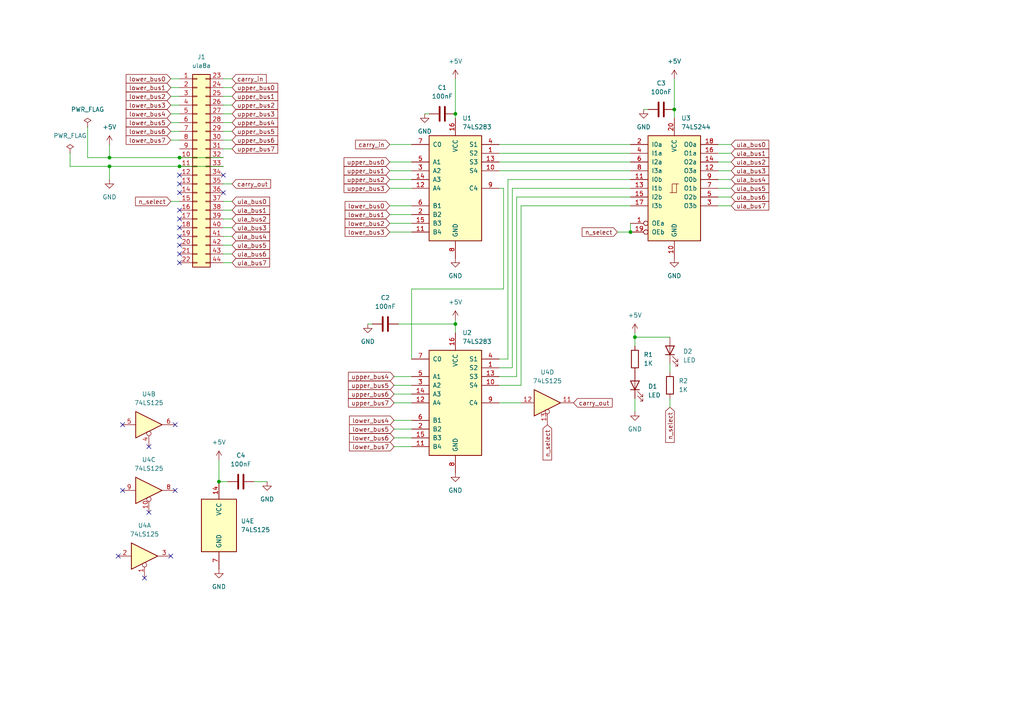
<source format=kicad_sch>
(kicad_sch (version 20211123) (generator eeschema)

  (uuid 4a93c6cc-ed0f-4af6-a98e-60af6d4f248e)

  (paper "A4")

  (lib_symbols
    (symbol "74xx:74LS125" (pin_names (offset 1.016)) (in_bom yes) (on_board yes)
      (property "Reference" "U" (id 0) (at 0 1.27 0)
        (effects (font (size 1.27 1.27)))
      )
      (property "Value" "74LS125" (id 1) (at 0 -1.27 0)
        (effects (font (size 1.27 1.27)))
      )
      (property "Footprint" "" (id 2) (at 0 0 0)
        (effects (font (size 1.27 1.27)) hide)
      )
      (property "Datasheet" "http://www.ti.com/lit/gpn/sn74LS125" (id 3) (at 0 0 0)
        (effects (font (size 1.27 1.27)) hide)
      )
      (property "ki_locked" "" (id 4) (at 0 0 0)
        (effects (font (size 1.27 1.27)))
      )
      (property "ki_keywords" "TTL buffer 3State" (id 5) (at 0 0 0)
        (effects (font (size 1.27 1.27)) hide)
      )
      (property "ki_description" "Quad buffer 3-State outputs" (id 6) (at 0 0 0)
        (effects (font (size 1.27 1.27)) hide)
      )
      (property "ki_fp_filters" "DIP*W7.62mm*" (id 7) (at 0 0 0)
        (effects (font (size 1.27 1.27)) hide)
      )
      (symbol "74LS125_1_0"
        (polyline
          (pts
            (xy -3.81 3.81)
            (xy -3.81 -3.81)
            (xy 3.81 0)
            (xy -3.81 3.81)
          )
          (stroke (width 0.254) (type default) (color 0 0 0 0))
          (fill (type background))
        )
        (pin input inverted (at 0 -6.35 90) (length 4.445)
          (name "~" (effects (font (size 1.27 1.27))))
          (number "1" (effects (font (size 1.27 1.27))))
        )
        (pin input line (at -7.62 0 0) (length 3.81)
          (name "~" (effects (font (size 1.27 1.27))))
          (number "2" (effects (font (size 1.27 1.27))))
        )
        (pin tri_state line (at 7.62 0 180) (length 3.81)
          (name "~" (effects (font (size 1.27 1.27))))
          (number "3" (effects (font (size 1.27 1.27))))
        )
      )
      (symbol "74LS125_2_0"
        (polyline
          (pts
            (xy -3.81 3.81)
            (xy -3.81 -3.81)
            (xy 3.81 0)
            (xy -3.81 3.81)
          )
          (stroke (width 0.254) (type default) (color 0 0 0 0))
          (fill (type background))
        )
        (pin input inverted (at 0 -6.35 90) (length 4.445)
          (name "~" (effects (font (size 1.27 1.27))))
          (number "4" (effects (font (size 1.27 1.27))))
        )
        (pin input line (at -7.62 0 0) (length 3.81)
          (name "~" (effects (font (size 1.27 1.27))))
          (number "5" (effects (font (size 1.27 1.27))))
        )
        (pin tri_state line (at 7.62 0 180) (length 3.81)
          (name "~" (effects (font (size 1.27 1.27))))
          (number "6" (effects (font (size 1.27 1.27))))
        )
      )
      (symbol "74LS125_3_0"
        (polyline
          (pts
            (xy -3.81 3.81)
            (xy -3.81 -3.81)
            (xy 3.81 0)
            (xy -3.81 3.81)
          )
          (stroke (width 0.254) (type default) (color 0 0 0 0))
          (fill (type background))
        )
        (pin input inverted (at 0 -6.35 90) (length 4.445)
          (name "~" (effects (font (size 1.27 1.27))))
          (number "10" (effects (font (size 1.27 1.27))))
        )
        (pin tri_state line (at 7.62 0 180) (length 3.81)
          (name "~" (effects (font (size 1.27 1.27))))
          (number "8" (effects (font (size 1.27 1.27))))
        )
        (pin input line (at -7.62 0 0) (length 3.81)
          (name "~" (effects (font (size 1.27 1.27))))
          (number "9" (effects (font (size 1.27 1.27))))
        )
      )
      (symbol "74LS125_4_0"
        (polyline
          (pts
            (xy -3.81 3.81)
            (xy -3.81 -3.81)
            (xy 3.81 0)
            (xy -3.81 3.81)
          )
          (stroke (width 0.254) (type default) (color 0 0 0 0))
          (fill (type background))
        )
        (pin tri_state line (at 7.62 0 180) (length 3.81)
          (name "~" (effects (font (size 1.27 1.27))))
          (number "11" (effects (font (size 1.27 1.27))))
        )
        (pin input line (at -7.62 0 0) (length 3.81)
          (name "~" (effects (font (size 1.27 1.27))))
          (number "12" (effects (font (size 1.27 1.27))))
        )
        (pin input inverted (at 0 -6.35 90) (length 4.445)
          (name "~" (effects (font (size 1.27 1.27))))
          (number "13" (effects (font (size 1.27 1.27))))
        )
      )
      (symbol "74LS125_5_0"
        (pin power_in line (at 0 12.7 270) (length 5.08)
          (name "VCC" (effects (font (size 1.27 1.27))))
          (number "14" (effects (font (size 1.27 1.27))))
        )
        (pin power_in line (at 0 -12.7 90) (length 5.08)
          (name "GND" (effects (font (size 1.27 1.27))))
          (number "7" (effects (font (size 1.27 1.27))))
        )
      )
      (symbol "74LS125_5_1"
        (rectangle (start -5.08 7.62) (end 5.08 -7.62)
          (stroke (width 0.254) (type default) (color 0 0 0 0))
          (fill (type background))
        )
      )
    )
    (symbol "74xx:74LS244" (pin_names (offset 1.016)) (in_bom yes) (on_board yes)
      (property "Reference" "U" (id 0) (at -7.62 16.51 0)
        (effects (font (size 1.27 1.27)))
      )
      (property "Value" "74LS244" (id 1) (at -7.62 -16.51 0)
        (effects (font (size 1.27 1.27)))
      )
      (property "Footprint" "" (id 2) (at 0 0 0)
        (effects (font (size 1.27 1.27)) hide)
      )
      (property "Datasheet" "http://www.ti.com/lit/ds/symlink/sn74ls244.pdf" (id 3) (at 0 0 0)
        (effects (font (size 1.27 1.27)) hide)
      )
      (property "ki_keywords" "7400 logic ttl low power schottky" (id 4) (at 0 0 0)
        (effects (font (size 1.27 1.27)) hide)
      )
      (property "ki_description" "Octal Buffer and Line Driver With 3-State Output, active-low enables, non-inverting outputs" (id 5) (at 0 0 0)
        (effects (font (size 1.27 1.27)) hide)
      )
      (property "ki_fp_filters" "DIP?20*" (id 6) (at 0 0 0)
        (effects (font (size 1.27 1.27)) hide)
      )
      (symbol "74LS244_1_0"
        (polyline
          (pts
            (xy -0.635 -1.27)
            (xy -0.635 1.27)
            (xy 0.635 1.27)
          )
          (stroke (width 0) (type default) (color 0 0 0 0))
          (fill (type none))
        )
        (polyline
          (pts
            (xy -1.27 -1.27)
            (xy 0.635 -1.27)
            (xy 0.635 1.27)
            (xy 1.27 1.27)
          )
          (stroke (width 0) (type default) (color 0 0 0 0))
          (fill (type none))
        )
        (pin input inverted (at -12.7 -10.16 0) (length 5.08)
          (name "OEa" (effects (font (size 1.27 1.27))))
          (number "1" (effects (font (size 1.27 1.27))))
        )
        (pin power_in line (at 0 -20.32 90) (length 5.08)
          (name "GND" (effects (font (size 1.27 1.27))))
          (number "10" (effects (font (size 1.27 1.27))))
        )
        (pin input line (at -12.7 2.54 0) (length 5.08)
          (name "I0b" (effects (font (size 1.27 1.27))))
          (number "11" (effects (font (size 1.27 1.27))))
        )
        (pin tri_state line (at 12.7 5.08 180) (length 5.08)
          (name "O3a" (effects (font (size 1.27 1.27))))
          (number "12" (effects (font (size 1.27 1.27))))
        )
        (pin input line (at -12.7 0 0) (length 5.08)
          (name "I1b" (effects (font (size 1.27 1.27))))
          (number "13" (effects (font (size 1.27 1.27))))
        )
        (pin tri_state line (at 12.7 7.62 180) (length 5.08)
          (name "O2a" (effects (font (size 1.27 1.27))))
          (number "14" (effects (font (size 1.27 1.27))))
        )
        (pin input line (at -12.7 -2.54 0) (length 5.08)
          (name "I2b" (effects (font (size 1.27 1.27))))
          (number "15" (effects (font (size 1.27 1.27))))
        )
        (pin tri_state line (at 12.7 10.16 180) (length 5.08)
          (name "O1a" (effects (font (size 1.27 1.27))))
          (number "16" (effects (font (size 1.27 1.27))))
        )
        (pin input line (at -12.7 -5.08 0) (length 5.08)
          (name "I3b" (effects (font (size 1.27 1.27))))
          (number "17" (effects (font (size 1.27 1.27))))
        )
        (pin tri_state line (at 12.7 12.7 180) (length 5.08)
          (name "O0a" (effects (font (size 1.27 1.27))))
          (number "18" (effects (font (size 1.27 1.27))))
        )
        (pin input inverted (at -12.7 -12.7 0) (length 5.08)
          (name "OEb" (effects (font (size 1.27 1.27))))
          (number "19" (effects (font (size 1.27 1.27))))
        )
        (pin input line (at -12.7 12.7 0) (length 5.08)
          (name "I0a" (effects (font (size 1.27 1.27))))
          (number "2" (effects (font (size 1.27 1.27))))
        )
        (pin power_in line (at 0 20.32 270) (length 5.08)
          (name "VCC" (effects (font (size 1.27 1.27))))
          (number "20" (effects (font (size 1.27 1.27))))
        )
        (pin tri_state line (at 12.7 -5.08 180) (length 5.08)
          (name "O3b" (effects (font (size 1.27 1.27))))
          (number "3" (effects (font (size 1.27 1.27))))
        )
        (pin input line (at -12.7 10.16 0) (length 5.08)
          (name "I1a" (effects (font (size 1.27 1.27))))
          (number "4" (effects (font (size 1.27 1.27))))
        )
        (pin tri_state line (at 12.7 -2.54 180) (length 5.08)
          (name "O2b" (effects (font (size 1.27 1.27))))
          (number "5" (effects (font (size 1.27 1.27))))
        )
        (pin input line (at -12.7 7.62 0) (length 5.08)
          (name "I2a" (effects (font (size 1.27 1.27))))
          (number "6" (effects (font (size 1.27 1.27))))
        )
        (pin tri_state line (at 12.7 0 180) (length 5.08)
          (name "O1b" (effects (font (size 1.27 1.27))))
          (number "7" (effects (font (size 1.27 1.27))))
        )
        (pin input line (at -12.7 5.08 0) (length 5.08)
          (name "I3a" (effects (font (size 1.27 1.27))))
          (number "8" (effects (font (size 1.27 1.27))))
        )
        (pin tri_state line (at 12.7 2.54 180) (length 5.08)
          (name "O0b" (effects (font (size 1.27 1.27))))
          (number "9" (effects (font (size 1.27 1.27))))
        )
      )
      (symbol "74LS244_1_1"
        (rectangle (start -7.62 15.24) (end 7.62 -15.24)
          (stroke (width 0.254) (type default) (color 0 0 0 0))
          (fill (type background))
        )
      )
    )
    (symbol "74xx:74LS283" (pin_names (offset 1.016)) (in_bom yes) (on_board yes)
      (property "Reference" "U" (id 0) (at -7.62 16.51 0)
        (effects (font (size 1.27 1.27)))
      )
      (property "Value" "74LS283" (id 1) (at -7.62 -16.51 0)
        (effects (font (size 1.27 1.27)))
      )
      (property "Footprint" "" (id 2) (at 0 0 0)
        (effects (font (size 1.27 1.27)) hide)
      )
      (property "Datasheet" "http://www.ti.com/lit/gpn/sn74LS283" (id 3) (at 0 0 0)
        (effects (font (size 1.27 1.27)) hide)
      )
      (property "ki_locked" "" (id 4) (at 0 0 0)
        (effects (font (size 1.27 1.27)))
      )
      (property "ki_keywords" "TTL ADD Arith ALU" (id 5) (at 0 0 0)
        (effects (font (size 1.27 1.27)) hide)
      )
      (property "ki_description" "4-bit full Adder" (id 6) (at 0 0 0)
        (effects (font (size 1.27 1.27)) hide)
      )
      (property "ki_fp_filters" "DIP?16*" (id 7) (at 0 0 0)
        (effects (font (size 1.27 1.27)) hide)
      )
      (symbol "74LS283_1_0"
        (pin output line (at 12.7 10.16 180) (length 5.08)
          (name "S2" (effects (font (size 1.27 1.27))))
          (number "1" (effects (font (size 1.27 1.27))))
        )
        (pin output line (at 12.7 5.08 180) (length 5.08)
          (name "S4" (effects (font (size 1.27 1.27))))
          (number "10" (effects (font (size 1.27 1.27))))
        )
        (pin input line (at -12.7 -12.7 0) (length 5.08)
          (name "B4" (effects (font (size 1.27 1.27))))
          (number "11" (effects (font (size 1.27 1.27))))
        )
        (pin input line (at -12.7 0 0) (length 5.08)
          (name "A4" (effects (font (size 1.27 1.27))))
          (number "12" (effects (font (size 1.27 1.27))))
        )
        (pin output line (at 12.7 7.62 180) (length 5.08)
          (name "S3" (effects (font (size 1.27 1.27))))
          (number "13" (effects (font (size 1.27 1.27))))
        )
        (pin input line (at -12.7 2.54 0) (length 5.08)
          (name "A3" (effects (font (size 1.27 1.27))))
          (number "14" (effects (font (size 1.27 1.27))))
        )
        (pin input line (at -12.7 -10.16 0) (length 5.08)
          (name "B3" (effects (font (size 1.27 1.27))))
          (number "15" (effects (font (size 1.27 1.27))))
        )
        (pin power_in line (at 0 20.32 270) (length 5.08)
          (name "VCC" (effects (font (size 1.27 1.27))))
          (number "16" (effects (font (size 1.27 1.27))))
        )
        (pin input line (at -12.7 -7.62 0) (length 5.08)
          (name "B2" (effects (font (size 1.27 1.27))))
          (number "2" (effects (font (size 1.27 1.27))))
        )
        (pin input line (at -12.7 5.08 0) (length 5.08)
          (name "A2" (effects (font (size 1.27 1.27))))
          (number "3" (effects (font (size 1.27 1.27))))
        )
        (pin output line (at 12.7 12.7 180) (length 5.08)
          (name "S1" (effects (font (size 1.27 1.27))))
          (number "4" (effects (font (size 1.27 1.27))))
        )
        (pin input line (at -12.7 7.62 0) (length 5.08)
          (name "A1" (effects (font (size 1.27 1.27))))
          (number "5" (effects (font (size 1.27 1.27))))
        )
        (pin input line (at -12.7 -5.08 0) (length 5.08)
          (name "B1" (effects (font (size 1.27 1.27))))
          (number "6" (effects (font (size 1.27 1.27))))
        )
        (pin input line (at -12.7 12.7 0) (length 5.08)
          (name "C0" (effects (font (size 1.27 1.27))))
          (number "7" (effects (font (size 1.27 1.27))))
        )
        (pin power_in line (at 0 -20.32 90) (length 5.08)
          (name "GND" (effects (font (size 1.27 1.27))))
          (number "8" (effects (font (size 1.27 1.27))))
        )
        (pin output line (at 12.7 0 180) (length 5.08)
          (name "C4" (effects (font (size 1.27 1.27))))
          (number "9" (effects (font (size 1.27 1.27))))
        )
      )
      (symbol "74LS283_1_1"
        (rectangle (start -7.62 15.24) (end 7.62 -15.24)
          (stroke (width 0.254) (type default) (color 0 0 0 0))
          (fill (type background))
        )
      )
    )
    (symbol "Connector_Generic:Conn_02x22_Top_Bottom" (pin_names (offset 1.016) hide) (in_bom yes) (on_board yes)
      (property "Reference" "J" (id 0) (at 1.27 27.94 0)
        (effects (font (size 1.27 1.27)))
      )
      (property "Value" "Conn_02x22_Top_Bottom" (id 1) (at 1.27 -30.48 0)
        (effects (font (size 1.27 1.27)))
      )
      (property "Footprint" "" (id 2) (at 0 0 0)
        (effects (font (size 1.27 1.27)) hide)
      )
      (property "Datasheet" "~" (id 3) (at 0 0 0)
        (effects (font (size 1.27 1.27)) hide)
      )
      (property "ki_keywords" "connector" (id 4) (at 0 0 0)
        (effects (font (size 1.27 1.27)) hide)
      )
      (property "ki_description" "Generic connector, double row, 02x22, top/bottom pin numbering scheme (row 1: 1...pins_per_row, row2: pins_per_row+1 ... num_pins), script generated (kicad-library-utils/schlib/autogen/connector/)" (id 5) (at 0 0 0)
        (effects (font (size 1.27 1.27)) hide)
      )
      (property "ki_fp_filters" "Connector*:*_2x??_*" (id 6) (at 0 0 0)
        (effects (font (size 1.27 1.27)) hide)
      )
      (symbol "Conn_02x22_Top_Bottom_1_1"
        (rectangle (start -1.27 -27.813) (end 0 -28.067)
          (stroke (width 0.1524) (type default) (color 0 0 0 0))
          (fill (type none))
        )
        (rectangle (start -1.27 -25.273) (end 0 -25.527)
          (stroke (width 0.1524) (type default) (color 0 0 0 0))
          (fill (type none))
        )
        (rectangle (start -1.27 -22.733) (end 0 -22.987)
          (stroke (width 0.1524) (type default) (color 0 0 0 0))
          (fill (type none))
        )
        (rectangle (start -1.27 -20.193) (end 0 -20.447)
          (stroke (width 0.1524) (type default) (color 0 0 0 0))
          (fill (type none))
        )
        (rectangle (start -1.27 -17.653) (end 0 -17.907)
          (stroke (width 0.1524) (type default) (color 0 0 0 0))
          (fill (type none))
        )
        (rectangle (start -1.27 -15.113) (end 0 -15.367)
          (stroke (width 0.1524) (type default) (color 0 0 0 0))
          (fill (type none))
        )
        (rectangle (start -1.27 -12.573) (end 0 -12.827)
          (stroke (width 0.1524) (type default) (color 0 0 0 0))
          (fill (type none))
        )
        (rectangle (start -1.27 -10.033) (end 0 -10.287)
          (stroke (width 0.1524) (type default) (color 0 0 0 0))
          (fill (type none))
        )
        (rectangle (start -1.27 -7.493) (end 0 -7.747)
          (stroke (width 0.1524) (type default) (color 0 0 0 0))
          (fill (type none))
        )
        (rectangle (start -1.27 -4.953) (end 0 -5.207)
          (stroke (width 0.1524) (type default) (color 0 0 0 0))
          (fill (type none))
        )
        (rectangle (start -1.27 -2.413) (end 0 -2.667)
          (stroke (width 0.1524) (type default) (color 0 0 0 0))
          (fill (type none))
        )
        (rectangle (start -1.27 0.127) (end 0 -0.127)
          (stroke (width 0.1524) (type default) (color 0 0 0 0))
          (fill (type none))
        )
        (rectangle (start -1.27 2.667) (end 0 2.413)
          (stroke (width 0.1524) (type default) (color 0 0 0 0))
          (fill (type none))
        )
        (rectangle (start -1.27 5.207) (end 0 4.953)
          (stroke (width 0.1524) (type default) (color 0 0 0 0))
          (fill (type none))
        )
        (rectangle (start -1.27 7.747) (end 0 7.493)
          (stroke (width 0.1524) (type default) (color 0 0 0 0))
          (fill (type none))
        )
        (rectangle (start -1.27 10.287) (end 0 10.033)
          (stroke (width 0.1524) (type default) (color 0 0 0 0))
          (fill (type none))
        )
        (rectangle (start -1.27 12.827) (end 0 12.573)
          (stroke (width 0.1524) (type default) (color 0 0 0 0))
          (fill (type none))
        )
        (rectangle (start -1.27 15.367) (end 0 15.113)
          (stroke (width 0.1524) (type default) (color 0 0 0 0))
          (fill (type none))
        )
        (rectangle (start -1.27 17.907) (end 0 17.653)
          (stroke (width 0.1524) (type default) (color 0 0 0 0))
          (fill (type none))
        )
        (rectangle (start -1.27 20.447) (end 0 20.193)
          (stroke (width 0.1524) (type default) (color 0 0 0 0))
          (fill (type none))
        )
        (rectangle (start -1.27 22.987) (end 0 22.733)
          (stroke (width 0.1524) (type default) (color 0 0 0 0))
          (fill (type none))
        )
        (rectangle (start -1.27 25.527) (end 0 25.273)
          (stroke (width 0.1524) (type default) (color 0 0 0 0))
          (fill (type none))
        )
        (rectangle (start -1.27 26.67) (end 3.81 -29.21)
          (stroke (width 0.254) (type default) (color 0 0 0 0))
          (fill (type background))
        )
        (rectangle (start 3.81 -27.813) (end 2.54 -28.067)
          (stroke (width 0.1524) (type default) (color 0 0 0 0))
          (fill (type none))
        )
        (rectangle (start 3.81 -25.273) (end 2.54 -25.527)
          (stroke (width 0.1524) (type default) (color 0 0 0 0))
          (fill (type none))
        )
        (rectangle (start 3.81 -22.733) (end 2.54 -22.987)
          (stroke (width 0.1524) (type default) (color 0 0 0 0))
          (fill (type none))
        )
        (rectangle (start 3.81 -20.193) (end 2.54 -20.447)
          (stroke (width 0.1524) (type default) (color 0 0 0 0))
          (fill (type none))
        )
        (rectangle (start 3.81 -17.653) (end 2.54 -17.907)
          (stroke (width 0.1524) (type default) (color 0 0 0 0))
          (fill (type none))
        )
        (rectangle (start 3.81 -15.113) (end 2.54 -15.367)
          (stroke (width 0.1524) (type default) (color 0 0 0 0))
          (fill (type none))
        )
        (rectangle (start 3.81 -12.573) (end 2.54 -12.827)
          (stroke (width 0.1524) (type default) (color 0 0 0 0))
          (fill (type none))
        )
        (rectangle (start 3.81 -10.033) (end 2.54 -10.287)
          (stroke (width 0.1524) (type default) (color 0 0 0 0))
          (fill (type none))
        )
        (rectangle (start 3.81 -7.493) (end 2.54 -7.747)
          (stroke (width 0.1524) (type default) (color 0 0 0 0))
          (fill (type none))
        )
        (rectangle (start 3.81 -4.953) (end 2.54 -5.207)
          (stroke (width 0.1524) (type default) (color 0 0 0 0))
          (fill (type none))
        )
        (rectangle (start 3.81 -2.413) (end 2.54 -2.667)
          (stroke (width 0.1524) (type default) (color 0 0 0 0))
          (fill (type none))
        )
        (rectangle (start 3.81 0.127) (end 2.54 -0.127)
          (stroke (width 0.1524) (type default) (color 0 0 0 0))
          (fill (type none))
        )
        (rectangle (start 3.81 2.667) (end 2.54 2.413)
          (stroke (width 0.1524) (type default) (color 0 0 0 0))
          (fill (type none))
        )
        (rectangle (start 3.81 5.207) (end 2.54 4.953)
          (stroke (width 0.1524) (type default) (color 0 0 0 0))
          (fill (type none))
        )
        (rectangle (start 3.81 7.747) (end 2.54 7.493)
          (stroke (width 0.1524) (type default) (color 0 0 0 0))
          (fill (type none))
        )
        (rectangle (start 3.81 10.287) (end 2.54 10.033)
          (stroke (width 0.1524) (type default) (color 0 0 0 0))
          (fill (type none))
        )
        (rectangle (start 3.81 12.827) (end 2.54 12.573)
          (stroke (width 0.1524) (type default) (color 0 0 0 0))
          (fill (type none))
        )
        (rectangle (start 3.81 15.367) (end 2.54 15.113)
          (stroke (width 0.1524) (type default) (color 0 0 0 0))
          (fill (type none))
        )
        (rectangle (start 3.81 17.907) (end 2.54 17.653)
          (stroke (width 0.1524) (type default) (color 0 0 0 0))
          (fill (type none))
        )
        (rectangle (start 3.81 20.447) (end 2.54 20.193)
          (stroke (width 0.1524) (type default) (color 0 0 0 0))
          (fill (type none))
        )
        (rectangle (start 3.81 22.987) (end 2.54 22.733)
          (stroke (width 0.1524) (type default) (color 0 0 0 0))
          (fill (type none))
        )
        (rectangle (start 3.81 25.527) (end 2.54 25.273)
          (stroke (width 0.1524) (type default) (color 0 0 0 0))
          (fill (type none))
        )
        (pin passive line (at -5.08 25.4 0) (length 3.81)
          (name "Pin_1" (effects (font (size 1.27 1.27))))
          (number "1" (effects (font (size 1.27 1.27))))
        )
        (pin passive line (at -5.08 2.54 0) (length 3.81)
          (name "Pin_10" (effects (font (size 1.27 1.27))))
          (number "10" (effects (font (size 1.27 1.27))))
        )
        (pin passive line (at -5.08 0 0) (length 3.81)
          (name "Pin_11" (effects (font (size 1.27 1.27))))
          (number "11" (effects (font (size 1.27 1.27))))
        )
        (pin passive line (at -5.08 -2.54 0) (length 3.81)
          (name "Pin_12" (effects (font (size 1.27 1.27))))
          (number "12" (effects (font (size 1.27 1.27))))
        )
        (pin passive line (at -5.08 -5.08 0) (length 3.81)
          (name "Pin_13" (effects (font (size 1.27 1.27))))
          (number "13" (effects (font (size 1.27 1.27))))
        )
        (pin passive line (at -5.08 -7.62 0) (length 3.81)
          (name "Pin_14" (effects (font (size 1.27 1.27))))
          (number "14" (effects (font (size 1.27 1.27))))
        )
        (pin passive line (at -5.08 -10.16 0) (length 3.81)
          (name "Pin_15" (effects (font (size 1.27 1.27))))
          (number "15" (effects (font (size 1.27 1.27))))
        )
        (pin passive line (at -5.08 -12.7 0) (length 3.81)
          (name "Pin_16" (effects (font (size 1.27 1.27))))
          (number "16" (effects (font (size 1.27 1.27))))
        )
        (pin passive line (at -5.08 -15.24 0) (length 3.81)
          (name "Pin_17" (effects (font (size 1.27 1.27))))
          (number "17" (effects (font (size 1.27 1.27))))
        )
        (pin passive line (at -5.08 -17.78 0) (length 3.81)
          (name "Pin_18" (effects (font (size 1.27 1.27))))
          (number "18" (effects (font (size 1.27 1.27))))
        )
        (pin passive line (at -5.08 -20.32 0) (length 3.81)
          (name "Pin_19" (effects (font (size 1.27 1.27))))
          (number "19" (effects (font (size 1.27 1.27))))
        )
        (pin passive line (at -5.08 22.86 0) (length 3.81)
          (name "Pin_2" (effects (font (size 1.27 1.27))))
          (number "2" (effects (font (size 1.27 1.27))))
        )
        (pin passive line (at -5.08 -22.86 0) (length 3.81)
          (name "Pin_20" (effects (font (size 1.27 1.27))))
          (number "20" (effects (font (size 1.27 1.27))))
        )
        (pin passive line (at -5.08 -25.4 0) (length 3.81)
          (name "Pin_21" (effects (font (size 1.27 1.27))))
          (number "21" (effects (font (size 1.27 1.27))))
        )
        (pin passive line (at -5.08 -27.94 0) (length 3.81)
          (name "Pin_22" (effects (font (size 1.27 1.27))))
          (number "22" (effects (font (size 1.27 1.27))))
        )
        (pin passive line (at 7.62 25.4 180) (length 3.81)
          (name "Pin_23" (effects (font (size 1.27 1.27))))
          (number "23" (effects (font (size 1.27 1.27))))
        )
        (pin passive line (at 7.62 22.86 180) (length 3.81)
          (name "Pin_24" (effects (font (size 1.27 1.27))))
          (number "24" (effects (font (size 1.27 1.27))))
        )
        (pin passive line (at 7.62 20.32 180) (length 3.81)
          (name "Pin_25" (effects (font (size 1.27 1.27))))
          (number "25" (effects (font (size 1.27 1.27))))
        )
        (pin passive line (at 7.62 17.78 180) (length 3.81)
          (name "Pin_26" (effects (font (size 1.27 1.27))))
          (number "26" (effects (font (size 1.27 1.27))))
        )
        (pin passive line (at 7.62 15.24 180) (length 3.81)
          (name "Pin_27" (effects (font (size 1.27 1.27))))
          (number "27" (effects (font (size 1.27 1.27))))
        )
        (pin passive line (at 7.62 12.7 180) (length 3.81)
          (name "Pin_28" (effects (font (size 1.27 1.27))))
          (number "28" (effects (font (size 1.27 1.27))))
        )
        (pin passive line (at 7.62 10.16 180) (length 3.81)
          (name "Pin_29" (effects (font (size 1.27 1.27))))
          (number "29" (effects (font (size 1.27 1.27))))
        )
        (pin passive line (at -5.08 20.32 0) (length 3.81)
          (name "Pin_3" (effects (font (size 1.27 1.27))))
          (number "3" (effects (font (size 1.27 1.27))))
        )
        (pin passive line (at 7.62 7.62 180) (length 3.81)
          (name "Pin_30" (effects (font (size 1.27 1.27))))
          (number "30" (effects (font (size 1.27 1.27))))
        )
        (pin passive line (at 7.62 5.08 180) (length 3.81)
          (name "Pin_31" (effects (font (size 1.27 1.27))))
          (number "31" (effects (font (size 1.27 1.27))))
        )
        (pin passive line (at 7.62 2.54 180) (length 3.81)
          (name "Pin_32" (effects (font (size 1.27 1.27))))
          (number "32" (effects (font (size 1.27 1.27))))
        )
        (pin passive line (at 7.62 0 180) (length 3.81)
          (name "Pin_33" (effects (font (size 1.27 1.27))))
          (number "33" (effects (font (size 1.27 1.27))))
        )
        (pin passive line (at 7.62 -2.54 180) (length 3.81)
          (name "Pin_34" (effects (font (size 1.27 1.27))))
          (number "34" (effects (font (size 1.27 1.27))))
        )
        (pin passive line (at 7.62 -5.08 180) (length 3.81)
          (name "Pin_35" (effects (font (size 1.27 1.27))))
          (number "35" (effects (font (size 1.27 1.27))))
        )
        (pin passive line (at 7.62 -7.62 180) (length 3.81)
          (name "Pin_36" (effects (font (size 1.27 1.27))))
          (number "36" (effects (font (size 1.27 1.27))))
        )
        (pin passive line (at 7.62 -10.16 180) (length 3.81)
          (name "Pin_37" (effects (font (size 1.27 1.27))))
          (number "37" (effects (font (size 1.27 1.27))))
        )
        (pin passive line (at 7.62 -12.7 180) (length 3.81)
          (name "Pin_38" (effects (font (size 1.27 1.27))))
          (number "38" (effects (font (size 1.27 1.27))))
        )
        (pin passive line (at 7.62 -15.24 180) (length 3.81)
          (name "Pin_39" (effects (font (size 1.27 1.27))))
          (number "39" (effects (font (size 1.27 1.27))))
        )
        (pin passive line (at -5.08 17.78 0) (length 3.81)
          (name "Pin_4" (effects (font (size 1.27 1.27))))
          (number "4" (effects (font (size 1.27 1.27))))
        )
        (pin passive line (at 7.62 -17.78 180) (length 3.81)
          (name "Pin_40" (effects (font (size 1.27 1.27))))
          (number "40" (effects (font (size 1.27 1.27))))
        )
        (pin passive line (at 7.62 -20.32 180) (length 3.81)
          (name "Pin_41" (effects (font (size 1.27 1.27))))
          (number "41" (effects (font (size 1.27 1.27))))
        )
        (pin passive line (at 7.62 -22.86 180) (length 3.81)
          (name "Pin_42" (effects (font (size 1.27 1.27))))
          (number "42" (effects (font (size 1.27 1.27))))
        )
        (pin passive line (at 7.62 -25.4 180) (length 3.81)
          (name "Pin_43" (effects (font (size 1.27 1.27))))
          (number "43" (effects (font (size 1.27 1.27))))
        )
        (pin passive line (at 7.62 -27.94 180) (length 3.81)
          (name "Pin_44" (effects (font (size 1.27 1.27))))
          (number "44" (effects (font (size 1.27 1.27))))
        )
        (pin passive line (at -5.08 15.24 0) (length 3.81)
          (name "Pin_5" (effects (font (size 1.27 1.27))))
          (number "5" (effects (font (size 1.27 1.27))))
        )
        (pin passive line (at -5.08 12.7 0) (length 3.81)
          (name "Pin_6" (effects (font (size 1.27 1.27))))
          (number "6" (effects (font (size 1.27 1.27))))
        )
        (pin passive line (at -5.08 10.16 0) (length 3.81)
          (name "Pin_7" (effects (font (size 1.27 1.27))))
          (number "7" (effects (font (size 1.27 1.27))))
        )
        (pin passive line (at -5.08 7.62 0) (length 3.81)
          (name "Pin_8" (effects (font (size 1.27 1.27))))
          (number "8" (effects (font (size 1.27 1.27))))
        )
        (pin passive line (at -5.08 5.08 0) (length 3.81)
          (name "Pin_9" (effects (font (size 1.27 1.27))))
          (number "9" (effects (font (size 1.27 1.27))))
        )
      )
    )
    (symbol "Device:C" (pin_numbers hide) (pin_names (offset 0.254)) (in_bom yes) (on_board yes)
      (property "Reference" "C" (id 0) (at 0.635 2.54 0)
        (effects (font (size 1.27 1.27)) (justify left))
      )
      (property "Value" "C" (id 1) (at 0.635 -2.54 0)
        (effects (font (size 1.27 1.27)) (justify left))
      )
      (property "Footprint" "" (id 2) (at 0.9652 -3.81 0)
        (effects (font (size 1.27 1.27)) hide)
      )
      (property "Datasheet" "~" (id 3) (at 0 0 0)
        (effects (font (size 1.27 1.27)) hide)
      )
      (property "ki_keywords" "cap capacitor" (id 4) (at 0 0 0)
        (effects (font (size 1.27 1.27)) hide)
      )
      (property "ki_description" "Unpolarized capacitor" (id 5) (at 0 0 0)
        (effects (font (size 1.27 1.27)) hide)
      )
      (property "ki_fp_filters" "C_*" (id 6) (at 0 0 0)
        (effects (font (size 1.27 1.27)) hide)
      )
      (symbol "C_0_1"
        (polyline
          (pts
            (xy -2.032 -0.762)
            (xy 2.032 -0.762)
          )
          (stroke (width 0.508) (type default) (color 0 0 0 0))
          (fill (type none))
        )
        (polyline
          (pts
            (xy -2.032 0.762)
            (xy 2.032 0.762)
          )
          (stroke (width 0.508) (type default) (color 0 0 0 0))
          (fill (type none))
        )
      )
      (symbol "C_1_1"
        (pin passive line (at 0 3.81 270) (length 2.794)
          (name "~" (effects (font (size 1.27 1.27))))
          (number "1" (effects (font (size 1.27 1.27))))
        )
        (pin passive line (at 0 -3.81 90) (length 2.794)
          (name "~" (effects (font (size 1.27 1.27))))
          (number "2" (effects (font (size 1.27 1.27))))
        )
      )
    )
    (symbol "Device:LED" (pin_numbers hide) (pin_names (offset 1.016) hide) (in_bom yes) (on_board yes)
      (property "Reference" "D" (id 0) (at 0 2.54 0)
        (effects (font (size 1.27 1.27)))
      )
      (property "Value" "LED" (id 1) (at 0 -2.54 0)
        (effects (font (size 1.27 1.27)))
      )
      (property "Footprint" "" (id 2) (at 0 0 0)
        (effects (font (size 1.27 1.27)) hide)
      )
      (property "Datasheet" "~" (id 3) (at 0 0 0)
        (effects (font (size 1.27 1.27)) hide)
      )
      (property "ki_keywords" "LED diode" (id 4) (at 0 0 0)
        (effects (font (size 1.27 1.27)) hide)
      )
      (property "ki_description" "Light emitting diode" (id 5) (at 0 0 0)
        (effects (font (size 1.27 1.27)) hide)
      )
      (property "ki_fp_filters" "LED* LED_SMD:* LED_THT:*" (id 6) (at 0 0 0)
        (effects (font (size 1.27 1.27)) hide)
      )
      (symbol "LED_0_1"
        (polyline
          (pts
            (xy -1.27 -1.27)
            (xy -1.27 1.27)
          )
          (stroke (width 0.254) (type default) (color 0 0 0 0))
          (fill (type none))
        )
        (polyline
          (pts
            (xy -1.27 0)
            (xy 1.27 0)
          )
          (stroke (width 0) (type default) (color 0 0 0 0))
          (fill (type none))
        )
        (polyline
          (pts
            (xy 1.27 -1.27)
            (xy 1.27 1.27)
            (xy -1.27 0)
            (xy 1.27 -1.27)
          )
          (stroke (width 0.254) (type default) (color 0 0 0 0))
          (fill (type none))
        )
        (polyline
          (pts
            (xy -3.048 -0.762)
            (xy -4.572 -2.286)
            (xy -3.81 -2.286)
            (xy -4.572 -2.286)
            (xy -4.572 -1.524)
          )
          (stroke (width 0) (type default) (color 0 0 0 0))
          (fill (type none))
        )
        (polyline
          (pts
            (xy -1.778 -0.762)
            (xy -3.302 -2.286)
            (xy -2.54 -2.286)
            (xy -3.302 -2.286)
            (xy -3.302 -1.524)
          )
          (stroke (width 0) (type default) (color 0 0 0 0))
          (fill (type none))
        )
      )
      (symbol "LED_1_1"
        (pin passive line (at -3.81 0 0) (length 2.54)
          (name "K" (effects (font (size 1.27 1.27))))
          (number "1" (effects (font (size 1.27 1.27))))
        )
        (pin passive line (at 3.81 0 180) (length 2.54)
          (name "A" (effects (font (size 1.27 1.27))))
          (number "2" (effects (font (size 1.27 1.27))))
        )
      )
    )
    (symbol "Device:R" (pin_numbers hide) (pin_names (offset 0)) (in_bom yes) (on_board yes)
      (property "Reference" "R" (id 0) (at 2.032 0 90)
        (effects (font (size 1.27 1.27)))
      )
      (property "Value" "R" (id 1) (at 0 0 90)
        (effects (font (size 1.27 1.27)))
      )
      (property "Footprint" "" (id 2) (at -1.778 0 90)
        (effects (font (size 1.27 1.27)) hide)
      )
      (property "Datasheet" "~" (id 3) (at 0 0 0)
        (effects (font (size 1.27 1.27)) hide)
      )
      (property "ki_keywords" "R res resistor" (id 4) (at 0 0 0)
        (effects (font (size 1.27 1.27)) hide)
      )
      (property "ki_description" "Resistor" (id 5) (at 0 0 0)
        (effects (font (size 1.27 1.27)) hide)
      )
      (property "ki_fp_filters" "R_*" (id 6) (at 0 0 0)
        (effects (font (size 1.27 1.27)) hide)
      )
      (symbol "R_0_1"
        (rectangle (start -1.016 -2.54) (end 1.016 2.54)
          (stroke (width 0.254) (type default) (color 0 0 0 0))
          (fill (type none))
        )
      )
      (symbol "R_1_1"
        (pin passive line (at 0 3.81 270) (length 1.27)
          (name "~" (effects (font (size 1.27 1.27))))
          (number "1" (effects (font (size 1.27 1.27))))
        )
        (pin passive line (at 0 -3.81 90) (length 1.27)
          (name "~" (effects (font (size 1.27 1.27))))
          (number "2" (effects (font (size 1.27 1.27))))
        )
      )
    )
    (symbol "power:+5V" (power) (pin_names (offset 0)) (in_bom yes) (on_board yes)
      (property "Reference" "#PWR" (id 0) (at 0 -3.81 0)
        (effects (font (size 1.27 1.27)) hide)
      )
      (property "Value" "+5V" (id 1) (at 0 3.556 0)
        (effects (font (size 1.27 1.27)))
      )
      (property "Footprint" "" (id 2) (at 0 0 0)
        (effects (font (size 1.27 1.27)) hide)
      )
      (property "Datasheet" "" (id 3) (at 0 0 0)
        (effects (font (size 1.27 1.27)) hide)
      )
      (property "ki_keywords" "power-flag" (id 4) (at 0 0 0)
        (effects (font (size 1.27 1.27)) hide)
      )
      (property "ki_description" "Power symbol creates a global label with name \"+5V\"" (id 5) (at 0 0 0)
        (effects (font (size 1.27 1.27)) hide)
      )
      (symbol "+5V_0_1"
        (polyline
          (pts
            (xy -0.762 1.27)
            (xy 0 2.54)
          )
          (stroke (width 0) (type default) (color 0 0 0 0))
          (fill (type none))
        )
        (polyline
          (pts
            (xy 0 0)
            (xy 0 2.54)
          )
          (stroke (width 0) (type default) (color 0 0 0 0))
          (fill (type none))
        )
        (polyline
          (pts
            (xy 0 2.54)
            (xy 0.762 1.27)
          )
          (stroke (width 0) (type default) (color 0 0 0 0))
          (fill (type none))
        )
      )
      (symbol "+5V_1_1"
        (pin power_in line (at 0 0 90) (length 0) hide
          (name "+5V" (effects (font (size 1.27 1.27))))
          (number "1" (effects (font (size 1.27 1.27))))
        )
      )
    )
    (symbol "power:GND" (power) (pin_names (offset 0)) (in_bom yes) (on_board yes)
      (property "Reference" "#PWR" (id 0) (at 0 -6.35 0)
        (effects (font (size 1.27 1.27)) hide)
      )
      (property "Value" "GND" (id 1) (at 0 -3.81 0)
        (effects (font (size 1.27 1.27)))
      )
      (property "Footprint" "" (id 2) (at 0 0 0)
        (effects (font (size 1.27 1.27)) hide)
      )
      (property "Datasheet" "" (id 3) (at 0 0 0)
        (effects (font (size 1.27 1.27)) hide)
      )
      (property "ki_keywords" "power-flag" (id 4) (at 0 0 0)
        (effects (font (size 1.27 1.27)) hide)
      )
      (property "ki_description" "Power symbol creates a global label with name \"GND\" , ground" (id 5) (at 0 0 0)
        (effects (font (size 1.27 1.27)) hide)
      )
      (symbol "GND_0_1"
        (polyline
          (pts
            (xy 0 0)
            (xy 0 -1.27)
            (xy 1.27 -1.27)
            (xy 0 -2.54)
            (xy -1.27 -1.27)
            (xy 0 -1.27)
          )
          (stroke (width 0) (type default) (color 0 0 0 0))
          (fill (type none))
        )
      )
      (symbol "GND_1_1"
        (pin power_in line (at 0 0 270) (length 0) hide
          (name "GND" (effects (font (size 1.27 1.27))))
          (number "1" (effects (font (size 1.27 1.27))))
        )
      )
    )
    (symbol "power:PWR_FLAG" (power) (pin_numbers hide) (pin_names (offset 0) hide) (in_bom yes) (on_board yes)
      (property "Reference" "#FLG" (id 0) (at 0 1.905 0)
        (effects (font (size 1.27 1.27)) hide)
      )
      (property "Value" "PWR_FLAG" (id 1) (at 0 3.81 0)
        (effects (font (size 1.27 1.27)))
      )
      (property "Footprint" "" (id 2) (at 0 0 0)
        (effects (font (size 1.27 1.27)) hide)
      )
      (property "Datasheet" "~" (id 3) (at 0 0 0)
        (effects (font (size 1.27 1.27)) hide)
      )
      (property "ki_keywords" "power-flag" (id 4) (at 0 0 0)
        (effects (font (size 1.27 1.27)) hide)
      )
      (property "ki_description" "Special symbol for telling ERC where power comes from" (id 5) (at 0 0 0)
        (effects (font (size 1.27 1.27)) hide)
      )
      (symbol "PWR_FLAG_0_0"
        (pin power_out line (at 0 0 90) (length 0)
          (name "pwr" (effects (font (size 1.27 1.27))))
          (number "1" (effects (font (size 1.27 1.27))))
        )
      )
      (symbol "PWR_FLAG_0_1"
        (polyline
          (pts
            (xy 0 0)
            (xy 0 1.27)
            (xy -1.016 1.905)
            (xy 0 2.54)
            (xy 1.016 1.905)
            (xy 0 1.27)
          )
          (stroke (width 0) (type default) (color 0 0 0 0))
          (fill (type none))
        )
      )
    )
  )

  (junction (at 184.15 97.79) (diameter 0) (color 0 0 0 0)
    (uuid 1de9b3d0-51ed-4527-84f1-350b8688d1ad)
  )
  (junction (at 52.07 48.26) (diameter 0) (color 0 0 0 0)
    (uuid 4a854ec9-2612-4bc6-bf8f-23c8f345c675)
  )
  (junction (at 63.5 139.7) (diameter 0) (color 0 0 0 0)
    (uuid 7da7f72f-1698-40fd-97aa-73aea44ab353)
  )
  (junction (at 31.75 45.72) (diameter 0) (color 0 0 0 0)
    (uuid 84dea929-5037-4a1e-87df-d8ceaa3297d4)
  )
  (junction (at 182.88 67.31) (diameter 0) (color 0 0 0 0)
    (uuid 9edabd6e-a33e-4401-940e-6816925343f0)
  )
  (junction (at 52.07 45.72) (diameter 0) (color 0 0 0 0)
    (uuid a31572a1-be09-46db-8b10-3736808e55d8)
  )
  (junction (at 132.08 93.98) (diameter 0) (color 0 0 0 0)
    (uuid a9bee523-8144-4fbf-a0be-00851c153c55)
  )
  (junction (at 31.75 48.26) (diameter 0) (color 0 0 0 0)
    (uuid eb3a6341-5922-49bc-882b-4b0eacd51aee)
  )
  (junction (at 132.08 33.02) (diameter 0) (color 0 0 0 0)
    (uuid f3fcc653-675e-48de-973d-bd4b6fb95c28)
  )
  (junction (at 195.58 31.75) (diameter 0) (color 0 0 0 0)
    (uuid fac3ea7e-bd5b-4480-b6a1-54387b8f4174)
  )

  (no_connect (at 52.07 53.34) (uuid 112249fd-6f4e-4530-8632-308bd176c199))
  (no_connect (at 52.07 55.88) (uuid 112249fd-6f4e-4530-8632-308bd176c19a))
  (no_connect (at 52.07 63.5) (uuid 112249fd-6f4e-4530-8632-308bd176c19b))
  (no_connect (at 52.07 60.96) (uuid 112249fd-6f4e-4530-8632-308bd176c19c))
  (no_connect (at 52.07 50.8) (uuid 112249fd-6f4e-4530-8632-308bd176c19d))
  (no_connect (at 52.07 66.04) (uuid 112249fd-6f4e-4530-8632-308bd176c19e))
  (no_connect (at 52.07 68.58) (uuid 112249fd-6f4e-4530-8632-308bd176c19f))
  (no_connect (at 52.07 71.12) (uuid 39610d10-200d-49d7-a555-802d45366b10))
  (no_connect (at 52.07 73.66) (uuid 39610d10-200d-49d7-a555-802d45366b11))
  (no_connect (at 52.07 76.2) (uuid 39610d10-200d-49d7-a555-802d45366b12))
  (no_connect (at 64.77 55.88) (uuid 8d8e61ef-61a8-47c9-816d-e687a4a8d415))
  (no_connect (at 50.8 123.19) (uuid bffc0faf-afcb-4887-ae1e-b127cde37c45))
  (no_connect (at 34.29 161.29) (uuid bffc0faf-afcb-4887-ae1e-b127cde37c46))
  (no_connect (at 49.53 161.29) (uuid bffc0faf-afcb-4887-ae1e-b127cde37c47))
  (no_connect (at 41.91 167.64) (uuid bffc0faf-afcb-4887-ae1e-b127cde37c48))
  (no_connect (at 35.56 123.19) (uuid bffc0faf-afcb-4887-ae1e-b127cde37c49))
  (no_connect (at 35.56 142.24) (uuid bffc0faf-afcb-4887-ae1e-b127cde37c4a))
  (no_connect (at 50.8 142.24) (uuid bffc0faf-afcb-4887-ae1e-b127cde37c4b))
  (no_connect (at 43.18 129.54) (uuid bffc0faf-afcb-4887-ae1e-b127cde37c4c))
  (no_connect (at 43.18 148.59) (uuid bffc0faf-afcb-4887-ae1e-b127cde37c4d))
  (no_connect (at 64.77 50.8) (uuid f7e40f14-f85f-4df5-9a91-b932e75101f2))

  (wire (pts (xy 144.78 111.76) (xy 151.13 111.76))
    (stroke (width 0) (type default) (color 0 0 0 0))
    (uuid 016a77ed-1568-4aa5-9e43-1ccf15aa12bf)
  )
  (wire (pts (xy 151.13 111.76) (xy 151.13 59.69))
    (stroke (width 0) (type default) (color 0 0 0 0))
    (uuid 0680581a-be3f-4429-a2f6-ce504b598aa8)
  )
  (wire (pts (xy 144.78 106.68) (xy 148.59 106.68))
    (stroke (width 0) (type default) (color 0 0 0 0))
    (uuid 068d1469-02a9-4e72-8c34-485ea8ab6fcc)
  )
  (wire (pts (xy 114.3 121.92) (xy 119.38 121.92))
    (stroke (width 0) (type default) (color 0 0 0 0))
    (uuid 06e62a18-fda3-4ce0-970a-761d5b439820)
  )
  (wire (pts (xy 20.32 44.45) (xy 20.32 48.26))
    (stroke (width 0) (type default) (color 0 0 0 0))
    (uuid 07cb4983-709d-4548-8712-ee722aab2613)
  )
  (wire (pts (xy 146.05 54.61) (xy 146.05 83.82))
    (stroke (width 0) (type default) (color 0 0 0 0))
    (uuid 0b664854-db0d-4c23-941e-8e37db504924)
  )
  (wire (pts (xy 182.88 64.77) (xy 182.88 67.31))
    (stroke (width 0) (type default) (color 0 0 0 0))
    (uuid 0cc60646-a340-4a5f-87fa-97a4e50f81d4)
  )
  (wire (pts (xy 20.32 48.26) (xy 31.75 48.26))
    (stroke (width 0) (type default) (color 0 0 0 0))
    (uuid 0e8b86e1-9522-41f4-82cf-f07c3030f3c9)
  )
  (wire (pts (xy 113.03 64.77) (xy 119.38 64.77))
    (stroke (width 0) (type default) (color 0 0 0 0))
    (uuid 10a62693-6939-4ca6-b951-af6f850b3889)
  )
  (wire (pts (xy 114.3 109.22) (xy 119.38 109.22))
    (stroke (width 0) (type default) (color 0 0 0 0))
    (uuid 14aa1f50-616f-4cae-be5b-c93cbe855e3f)
  )
  (wire (pts (xy 132.08 92.71) (xy 132.08 93.98))
    (stroke (width 0) (type default) (color 0 0 0 0))
    (uuid 14e4a728-e5f9-43c2-a03e-2cee178f1b7d)
  )
  (wire (pts (xy 113.03 62.23) (xy 119.38 62.23))
    (stroke (width 0) (type default) (color 0 0 0 0))
    (uuid 14eceb36-4ec8-4fde-aa78-545506931b06)
  )
  (wire (pts (xy 184.15 97.79) (xy 194.31 97.79))
    (stroke (width 0) (type default) (color 0 0 0 0))
    (uuid 163ce0a6-1723-45a9-bb8b-96175e36edbb)
  )
  (wire (pts (xy 49.53 35.56) (xy 52.07 35.56))
    (stroke (width 0) (type default) (color 0 0 0 0))
    (uuid 1b2557b6-ae9f-4c67-8cf2-936022fb9d5c)
  )
  (wire (pts (xy 144.78 41.91) (xy 182.88 41.91))
    (stroke (width 0) (type default) (color 0 0 0 0))
    (uuid 1e32641e-b0aa-4b9e-8ff3-e6ec0288d6ec)
  )
  (wire (pts (xy 184.15 115.57) (xy 184.15 119.38))
    (stroke (width 0) (type default) (color 0 0 0 0))
    (uuid 1faf9105-a371-4d00-965c-d57530efc1d3)
  )
  (wire (pts (xy 67.31 68.58) (xy 64.77 68.58))
    (stroke (width 0) (type default) (color 0 0 0 0))
    (uuid 21cf4bf1-39a7-431f-a90e-617f636a5bfe)
  )
  (wire (pts (xy 113.03 41.91) (xy 119.38 41.91))
    (stroke (width 0) (type default) (color 0 0 0 0))
    (uuid 21fb7046-8379-42e9-a9ef-d3e3761dd756)
  )
  (wire (pts (xy 31.75 41.91) (xy 31.75 45.72))
    (stroke (width 0) (type default) (color 0 0 0 0))
    (uuid 238dde76-dde3-4056-941f-048ff5ffff10)
  )
  (wire (pts (xy 144.78 109.22) (xy 149.86 109.22))
    (stroke (width 0) (type default) (color 0 0 0 0))
    (uuid 26185b90-0914-4726-bfa7-a4cea707864f)
  )
  (wire (pts (xy 31.75 45.72) (xy 52.07 45.72))
    (stroke (width 0) (type default) (color 0 0 0 0))
    (uuid 26645350-7163-4bbe-aa87-b7879321080a)
  )
  (wire (pts (xy 67.31 53.34) (xy 64.77 53.34))
    (stroke (width 0) (type default) (color 0 0 0 0))
    (uuid 2721a726-a193-417a-872b-545cc25a1d69)
  )
  (wire (pts (xy 49.53 40.64) (xy 52.07 40.64))
    (stroke (width 0) (type default) (color 0 0 0 0))
    (uuid 2924f7a8-f4aa-4e78-9b25-6e239379193d)
  )
  (wire (pts (xy 186.69 31.75) (xy 187.96 31.75))
    (stroke (width 0) (type default) (color 0 0 0 0))
    (uuid 29928d1e-1ec8-4890-974e-d5158183c70f)
  )
  (wire (pts (xy 113.03 52.07) (xy 119.38 52.07))
    (stroke (width 0) (type default) (color 0 0 0 0))
    (uuid 2c321454-8061-4456-ba9f-9595069124f4)
  )
  (wire (pts (xy 106.68 93.98) (xy 107.95 93.98))
    (stroke (width 0) (type default) (color 0 0 0 0))
    (uuid 2e0b9766-fa62-4b5c-b33e-794a1eea460f)
  )
  (wire (pts (xy 67.31 60.96) (xy 64.77 60.96))
    (stroke (width 0) (type default) (color 0 0 0 0))
    (uuid 31400e28-54f3-457b-a0a7-36c7a9df4a53)
  )
  (wire (pts (xy 49.53 25.4) (xy 52.07 25.4))
    (stroke (width 0) (type default) (color 0 0 0 0))
    (uuid 32468610-f5fb-41a3-89df-73be3591850f)
  )
  (wire (pts (xy 67.31 35.56) (xy 64.77 35.56))
    (stroke (width 0) (type default) (color 0 0 0 0))
    (uuid 32bbc937-30b7-42a6-a2aa-dc67199f27e2)
  )
  (wire (pts (xy 148.59 54.61) (xy 182.88 54.61))
    (stroke (width 0) (type default) (color 0 0 0 0))
    (uuid 33aed8f2-b81b-45f8-81c9-66f1ce4bb51d)
  )
  (wire (pts (xy 212.09 59.69) (xy 208.28 59.69))
    (stroke (width 0) (type default) (color 0 0 0 0))
    (uuid 3de75666-2897-4d28-a429-bced4ee49394)
  )
  (wire (pts (xy 67.31 76.2) (xy 64.77 76.2))
    (stroke (width 0) (type default) (color 0 0 0 0))
    (uuid 3f50db1b-60ef-4171-87d5-9d4f4b66cdc7)
  )
  (wire (pts (xy 144.78 49.53) (xy 182.88 49.53))
    (stroke (width 0) (type default) (color 0 0 0 0))
    (uuid 40b4c6db-6ffe-45dc-ad1d-46abd72b4ed3)
  )
  (wire (pts (xy 67.31 22.86) (xy 64.77 22.86))
    (stroke (width 0) (type default) (color 0 0 0 0))
    (uuid 42347cae-3893-4c6f-84e9-55d88dd9b4b5)
  )
  (wire (pts (xy 77.47 139.7) (xy 73.66 139.7))
    (stroke (width 0) (type default) (color 0 0 0 0))
    (uuid 4696636d-1ec2-4f92-a5d0-12ca0781cfff)
  )
  (wire (pts (xy 113.03 49.53) (xy 119.38 49.53))
    (stroke (width 0) (type default) (color 0 0 0 0))
    (uuid 4b9ebc72-0677-494e-9d7b-b6e3bf07f4a1)
  )
  (wire (pts (xy 212.09 52.07) (xy 208.28 52.07))
    (stroke (width 0) (type default) (color 0 0 0 0))
    (uuid 4f0b5919-373d-4efd-a36d-e1d792e16eca)
  )
  (wire (pts (xy 146.05 83.82) (xy 119.38 83.82))
    (stroke (width 0) (type default) (color 0 0 0 0))
    (uuid 4f6e178a-aa0b-4a60-894b-0c492a8f68a7)
  )
  (wire (pts (xy 212.09 41.91) (xy 208.28 41.91))
    (stroke (width 0) (type default) (color 0 0 0 0))
    (uuid 50a10ba3-6de2-4b32-8a9c-09a2b5b8139b)
  )
  (wire (pts (xy 67.31 33.02) (xy 64.77 33.02))
    (stroke (width 0) (type default) (color 0 0 0 0))
    (uuid 54b6a6ec-4d8f-4ee4-98c5-e1d7dd1fa78b)
  )
  (wire (pts (xy 31.75 48.26) (xy 52.07 48.26))
    (stroke (width 0) (type default) (color 0 0 0 0))
    (uuid 59fc96ae-f556-4baa-b9da-4cc1eaf697ad)
  )
  (wire (pts (xy 148.59 106.68) (xy 148.59 54.61))
    (stroke (width 0) (type default) (color 0 0 0 0))
    (uuid 5ddd2bcf-9da5-4974-84ec-7524914b269d)
  )
  (wire (pts (xy 114.3 114.3) (xy 119.38 114.3))
    (stroke (width 0) (type default) (color 0 0 0 0))
    (uuid 627c9ed0-cb94-46ad-bcde-cafc95484606)
  )
  (wire (pts (xy 67.31 38.1) (xy 64.77 38.1))
    (stroke (width 0) (type default) (color 0 0 0 0))
    (uuid 63206685-6d34-4ec5-ae91-dc17ef0099dc)
  )
  (wire (pts (xy 52.07 48.26) (xy 64.77 48.26))
    (stroke (width 0) (type default) (color 0 0 0 0))
    (uuid 64b1f826-1ade-47ad-8415-674cb388ddc9)
  )
  (wire (pts (xy 49.53 27.94) (xy 52.07 27.94))
    (stroke (width 0) (type default) (color 0 0 0 0))
    (uuid 6517bfad-3ca8-4d25-8209-e52a46cf1784)
  )
  (wire (pts (xy 115.57 93.98) (xy 132.08 93.98))
    (stroke (width 0) (type default) (color 0 0 0 0))
    (uuid 6b3f94db-1bee-4660-98b7-eb01158ebcf7)
  )
  (wire (pts (xy 67.31 73.66) (xy 64.77 73.66))
    (stroke (width 0) (type default) (color 0 0 0 0))
    (uuid 6ec3e0dc-42c0-4640-90df-1d7ba542123e)
  )
  (wire (pts (xy 25.4 45.72) (xy 31.75 45.72))
    (stroke (width 0) (type default) (color 0 0 0 0))
    (uuid 701d0f42-6044-4ca7-a8ca-d9be0aa72847)
  )
  (wire (pts (xy 132.08 22.86) (xy 132.08 33.02))
    (stroke (width 0) (type default) (color 0 0 0 0))
    (uuid 76eef29a-3542-4d19-bb29-9d053dc70b60)
  )
  (wire (pts (xy 146.05 54.61) (xy 144.78 54.61))
    (stroke (width 0) (type default) (color 0 0 0 0))
    (uuid 7f35dcd6-34f4-4c4f-b682-53e041cabb07)
  )
  (wire (pts (xy 25.4 36.83) (xy 25.4 45.72))
    (stroke (width 0) (type default) (color 0 0 0 0))
    (uuid 81ae8903-1615-469a-b1df-20c02ac9dd5f)
  )
  (wire (pts (xy 67.31 30.48) (xy 64.77 30.48))
    (stroke (width 0) (type default) (color 0 0 0 0))
    (uuid 8340fc64-0179-4d5a-91ff-fb047a94a6f2)
  )
  (wire (pts (xy 113.03 46.99) (xy 119.38 46.99))
    (stroke (width 0) (type default) (color 0 0 0 0))
    (uuid 866cf76f-4404-463e-85f7-a8b3d8defdc4)
  )
  (wire (pts (xy 67.31 25.4) (xy 64.77 25.4))
    (stroke (width 0) (type default) (color 0 0 0 0))
    (uuid 8737c4cb-11d1-4cc2-9ccb-b6c57c0b71e9)
  )
  (wire (pts (xy 67.31 58.42) (xy 64.77 58.42))
    (stroke (width 0) (type default) (color 0 0 0 0))
    (uuid 8852fe28-3a6a-4aa2-9b62-c9e3676bc944)
  )
  (wire (pts (xy 67.31 40.64) (xy 64.77 40.64))
    (stroke (width 0) (type default) (color 0 0 0 0))
    (uuid 8b63d6ec-780b-45ea-b2d1-7d1256f19880)
  )
  (wire (pts (xy 67.31 63.5) (xy 64.77 63.5))
    (stroke (width 0) (type default) (color 0 0 0 0))
    (uuid 8dea9a3b-3893-46f7-8b62-19c24a55515e)
  )
  (wire (pts (xy 49.53 22.86) (xy 52.07 22.86))
    (stroke (width 0) (type default) (color 0 0 0 0))
    (uuid 8eb8b362-79cc-4ebc-9af3-dd50f9c2afd1)
  )
  (wire (pts (xy 147.32 104.14) (xy 147.32 52.07))
    (stroke (width 0) (type default) (color 0 0 0 0))
    (uuid 90a3cb93-19d7-4338-8445-bdf9abf6a8fd)
  )
  (wire (pts (xy 114.3 124.46) (xy 119.38 124.46))
    (stroke (width 0) (type default) (color 0 0 0 0))
    (uuid 90e314e6-ff27-401b-82fb-2972fac950dc)
  )
  (wire (pts (xy 63.5 139.7) (xy 66.04 139.7))
    (stroke (width 0) (type default) (color 0 0 0 0))
    (uuid 91caac6a-f886-441c-b9c0-d971a2c46d25)
  )
  (wire (pts (xy 195.58 22.86) (xy 195.58 31.75))
    (stroke (width 0) (type default) (color 0 0 0 0))
    (uuid 95ec6396-98d3-43a9-9af3-a40c62e0b12e)
  )
  (wire (pts (xy 144.78 44.45) (xy 182.88 44.45))
    (stroke (width 0) (type default) (color 0 0 0 0))
    (uuid 99613159-d3b3-4fab-b21c-215d26d34d18)
  )
  (wire (pts (xy 212.09 46.99) (xy 208.28 46.99))
    (stroke (width 0) (type default) (color 0 0 0 0))
    (uuid a4d4d377-b8ba-4d53-8c9b-fbb00cc170d3)
  )
  (wire (pts (xy 67.31 66.04) (xy 64.77 66.04))
    (stroke (width 0) (type default) (color 0 0 0 0))
    (uuid a9c116fa-eccf-419f-a46d-7db9e0da3774)
  )
  (wire (pts (xy 63.5 133.35) (xy 63.5 139.7))
    (stroke (width 0) (type default) (color 0 0 0 0))
    (uuid abc01724-50f5-470c-9f1a-303d5d48e7d9)
  )
  (wire (pts (xy 179.07 67.31) (xy 182.88 67.31))
    (stroke (width 0) (type default) (color 0 0 0 0))
    (uuid ad94a8b3-ddc9-4321-9f5e-a636f2fd0703)
  )
  (wire (pts (xy 123.19 33.02) (xy 124.46 33.02))
    (stroke (width 0) (type default) (color 0 0 0 0))
    (uuid aebe9e36-0621-49cb-820d-c566c0c2e8f5)
  )
  (wire (pts (xy 114.3 116.84) (xy 119.38 116.84))
    (stroke (width 0) (type default) (color 0 0 0 0))
    (uuid aff3ebf3-9a03-4cf9-b61d-39b46b32c4a7)
  )
  (wire (pts (xy 212.09 49.53) (xy 208.28 49.53))
    (stroke (width 0) (type default) (color 0 0 0 0))
    (uuid affab718-7b4e-497b-9008-235d8198ff56)
  )
  (wire (pts (xy 147.32 52.07) (xy 182.88 52.07))
    (stroke (width 0) (type default) (color 0 0 0 0))
    (uuid b06e0feb-9f9a-43f5-8a3e-efca595e17c3)
  )
  (wire (pts (xy 144.78 46.99) (xy 182.88 46.99))
    (stroke (width 0) (type default) (color 0 0 0 0))
    (uuid b0d9b2e7-c49e-408e-b9e2-dffb429648b9)
  )
  (wire (pts (xy 144.78 104.14) (xy 147.32 104.14))
    (stroke (width 0) (type default) (color 0 0 0 0))
    (uuid b191884f-0b96-4904-9766-d1f48b148582)
  )
  (wire (pts (xy 114.3 127) (xy 119.38 127))
    (stroke (width 0) (type default) (color 0 0 0 0))
    (uuid b5e8fbab-aafc-4596-ac1f-2ca4891c4e74)
  )
  (wire (pts (xy 132.08 93.98) (xy 132.08 96.52))
    (stroke (width 0) (type default) (color 0 0 0 0))
    (uuid b6dbf9da-15c5-4714-bcf9-f012f02a1214)
  )
  (wire (pts (xy 195.58 31.75) (xy 195.58 34.29))
    (stroke (width 0) (type default) (color 0 0 0 0))
    (uuid b7545b50-cda9-4fff-9873-8b59cf295d0f)
  )
  (wire (pts (xy 149.86 57.15) (xy 182.88 57.15))
    (stroke (width 0) (type default) (color 0 0 0 0))
    (uuid ba4235e3-aea0-4b08-a8db-7114ef975dd7)
  )
  (wire (pts (xy 212.09 57.15) (xy 208.28 57.15))
    (stroke (width 0) (type default) (color 0 0 0 0))
    (uuid becca94b-7997-4ed8-a218-d23fc65d1254)
  )
  (wire (pts (xy 119.38 83.82) (xy 119.38 104.14))
    (stroke (width 0) (type default) (color 0 0 0 0))
    (uuid c078be99-470c-43da-9047-491923e85f45)
  )
  (wire (pts (xy 194.31 115.57) (xy 194.31 118.11))
    (stroke (width 0) (type default) (color 0 0 0 0))
    (uuid c11b9017-ccfe-4c7d-a9f8-3ab19fef0769)
  )
  (wire (pts (xy 194.31 105.41) (xy 194.31 107.95))
    (stroke (width 0) (type default) (color 0 0 0 0))
    (uuid c2d9ccf6-c1e5-4108-bdd4-28a95ba06709)
  )
  (wire (pts (xy 114.3 111.76) (xy 119.38 111.76))
    (stroke (width 0) (type default) (color 0 0 0 0))
    (uuid d0fafb1f-811d-410f-b1dc-8a4d74bcd592)
  )
  (wire (pts (xy 67.31 27.94) (xy 64.77 27.94))
    (stroke (width 0) (type default) (color 0 0 0 0))
    (uuid d3fad96d-bc12-449f-b297-586f8055b1cb)
  )
  (wire (pts (xy 184.15 97.79) (xy 184.15 100.33))
    (stroke (width 0) (type default) (color 0 0 0 0))
    (uuid d4815bac-ce5c-4ebe-9b2b-eda05835681b)
  )
  (wire (pts (xy 49.53 33.02) (xy 52.07 33.02))
    (stroke (width 0) (type default) (color 0 0 0 0))
    (uuid d71c5393-ed5f-47ff-b066-a4e6fb5a9e7a)
  )
  (wire (pts (xy 52.07 45.72) (xy 64.77 45.72))
    (stroke (width 0) (type default) (color 0 0 0 0))
    (uuid d7479303-8c7a-4108-bbc3-8db9f4c1860c)
  )
  (wire (pts (xy 114.3 129.54) (xy 119.38 129.54))
    (stroke (width 0) (type default) (color 0 0 0 0))
    (uuid da22c582-b089-4a6d-99ea-8dedc1bb32fb)
  )
  (wire (pts (xy 67.31 71.12) (xy 64.77 71.12))
    (stroke (width 0) (type default) (color 0 0 0 0))
    (uuid dac9099d-22ea-4169-b2c9-d9cd71988c26)
  )
  (wire (pts (xy 113.03 54.61) (xy 119.38 54.61))
    (stroke (width 0) (type default) (color 0 0 0 0))
    (uuid dc22fc19-b24d-41a5-9614-0023c09026af)
  )
  (wire (pts (xy 151.13 59.69) (xy 182.88 59.69))
    (stroke (width 0) (type default) (color 0 0 0 0))
    (uuid e2883844-4d70-4ef3-91f0-15dae10e3cb7)
  )
  (wire (pts (xy 49.53 30.48) (xy 52.07 30.48))
    (stroke (width 0) (type default) (color 0 0 0 0))
    (uuid e519ae8d-efc6-4aa1-9515-38bfab19631b)
  )
  (wire (pts (xy 212.09 44.45) (xy 208.28 44.45))
    (stroke (width 0) (type default) (color 0 0 0 0))
    (uuid e6a0c98d-6175-477c-b093-6e69de4c8068)
  )
  (wire (pts (xy 113.03 67.31) (xy 119.38 67.31))
    (stroke (width 0) (type default) (color 0 0 0 0))
    (uuid e96b28d4-25cb-4f67-a9fa-01933edd74aa)
  )
  (wire (pts (xy 31.75 52.07) (xy 31.75 48.26))
    (stroke (width 0) (type default) (color 0 0 0 0))
    (uuid ecb88045-7db1-4cd3-88e7-a015f719ad31)
  )
  (wire (pts (xy 49.53 38.1) (xy 52.07 38.1))
    (stroke (width 0) (type default) (color 0 0 0 0))
    (uuid edcd0614-ebde-4c3d-9a20-3c51f98b4ae3)
  )
  (wire (pts (xy 184.15 96.52) (xy 184.15 97.79))
    (stroke (width 0) (type default) (color 0 0 0 0))
    (uuid f202f244-2ee4-4ab8-90ff-7a0afb509f4f)
  )
  (wire (pts (xy 149.86 109.22) (xy 149.86 57.15))
    (stroke (width 0) (type default) (color 0 0 0 0))
    (uuid f43c31a4-d74c-4449-b3a6-a10b91360b6b)
  )
  (wire (pts (xy 144.78 116.84) (xy 151.13 116.84))
    (stroke (width 0) (type default) (color 0 0 0 0))
    (uuid f9766e70-5356-4e54-b8e9-c49bbfcef518)
  )
  (wire (pts (xy 113.03 59.69) (xy 119.38 59.69))
    (stroke (width 0) (type default) (color 0 0 0 0))
    (uuid fa8d6a7c-4868-4cf8-a330-02ff5af9693d)
  )
  (wire (pts (xy 132.08 33.02) (xy 132.08 34.29))
    (stroke (width 0) (type default) (color 0 0 0 0))
    (uuid faa82c05-6b80-4c5a-a834-7ae86348751e)
  )
  (wire (pts (xy 49.53 58.42) (xy 52.07 58.42))
    (stroke (width 0) (type default) (color 0 0 0 0))
    (uuid fbba5b49-58e5-42f7-a496-6cef7c890b10)
  )
  (wire (pts (xy 67.31 43.18) (xy 64.77 43.18))
    (stroke (width 0) (type default) (color 0 0 0 0))
    (uuid ff5c3ddf-dd43-4f43-a7a1-6830632ebd05)
  )
  (wire (pts (xy 212.09 54.61) (xy 208.28 54.61))
    (stroke (width 0) (type default) (color 0 0 0 0))
    (uuid ff65719d-f2ef-41fd-bdf2-e3b02ae17827)
  )

  (global_label "upper_bus2" (shape input) (at 67.31 30.48 0) (fields_autoplaced)
    (effects (font (size 1.27 1.27)) (justify left))
    (uuid 0cfe325c-7f5f-4225-9dfd-b6341de48614)
    (property "Intersheet References" "${INTERSHEET_REFS}" (id 0) (at 80.5483 30.5594 0)
      (effects (font (size 1.27 1.27)) (justify left) hide)
    )
  )
  (global_label "n_select" (shape input) (at 194.31 118.11 270) (fields_autoplaced)
    (effects (font (size 1.27 1.27)) (justify right))
    (uuid 0ff43aa2-cd7e-4e93-9eae-995fc8a09671)
    (property "Intersheet References" "${INTERSHEET_REFS}" (id 0) (at 194.3894 128.3245 90)
      (effects (font (size 1.27 1.27)) (justify right) hide)
    )
  )
  (global_label "lower_bus4" (shape input) (at 114.3 121.92 180) (fields_autoplaced)
    (effects (font (size 1.27 1.27)) (justify right))
    (uuid 10346c61-121f-4f1e-a3b2-e401dc882f4e)
    (property "Intersheet References" "${INTERSHEET_REFS}" (id 0) (at 101.364 121.9994 0)
      (effects (font (size 1.27 1.27)) (justify right) hide)
    )
  )
  (global_label "ula_bus0" (shape input) (at 67.31 58.42 0) (fields_autoplaced)
    (effects (font (size 1.27 1.27)) (justify left))
    (uuid 1053ee53-98c0-4c84-814d-55104c13e335)
    (property "Intersheet References" "${INTERSHEET_REFS}" (id 0) (at 78.1898 58.4994 0)
      (effects (font (size 1.27 1.27)) (justify left) hide)
    )
  )
  (global_label "lower_bus7" (shape input) (at 49.53 40.64 180) (fields_autoplaced)
    (effects (font (size 1.27 1.27)) (justify right))
    (uuid 11db5251-7be6-4eda-8bbb-c11b7d481937)
    (property "Intersheet References" "${INTERSHEET_REFS}" (id 0) (at 36.594 40.7194 0)
      (effects (font (size 1.27 1.27)) (justify right) hide)
    )
  )
  (global_label "upper_bus7" (shape input) (at 67.31 43.18 0) (fields_autoplaced)
    (effects (font (size 1.27 1.27)) (justify left))
    (uuid 27fc5062-7a8e-430f-895d-42bc7bfa03ba)
    (property "Intersheet References" "${INTERSHEET_REFS}" (id 0) (at 80.5483 43.2594 0)
      (effects (font (size 1.27 1.27)) (justify left) hide)
    )
  )
  (global_label "lower_bus2" (shape input) (at 113.03 64.77 180) (fields_autoplaced)
    (effects (font (size 1.27 1.27)) (justify right))
    (uuid 28e0b36b-51cc-4f8a-b625-3abd6ee8239b)
    (property "Intersheet References" "${INTERSHEET_REFS}" (id 0) (at 100.094 64.8494 0)
      (effects (font (size 1.27 1.27)) (justify right) hide)
    )
  )
  (global_label "ula_bus7" (shape input) (at 212.09 59.69 0) (fields_autoplaced)
    (effects (font (size 1.27 1.27)) (justify left))
    (uuid 313717ec-2134-42b6-b67e-ea5e0d882b51)
    (property "Intersheet References" "${INTERSHEET_REFS}" (id 0) (at 222.9698 59.7694 0)
      (effects (font (size 1.27 1.27)) (justify left) hide)
    )
  )
  (global_label "ula_bus7" (shape input) (at 67.31 76.2 0) (fields_autoplaced)
    (effects (font (size 1.27 1.27)) (justify left))
    (uuid 38c81a31-2444-4dc2-8e85-4b1427c760e4)
    (property "Intersheet References" "${INTERSHEET_REFS}" (id 0) (at 78.1898 76.2794 0)
      (effects (font (size 1.27 1.27)) (justify left) hide)
    )
  )
  (global_label "upper_bus0" (shape input) (at 113.03 46.99 180) (fields_autoplaced)
    (effects (font (size 1.27 1.27)) (justify right))
    (uuid 3ee04ab6-8392-4491-9d72-8d42beb8e3a5)
    (property "Intersheet References" "${INTERSHEET_REFS}" (id 0) (at 99.7917 46.9106 0)
      (effects (font (size 1.27 1.27)) (justify right) hide)
    )
  )
  (global_label "upper_bus7" (shape input) (at 114.3 116.84 180) (fields_autoplaced)
    (effects (font (size 1.27 1.27)) (justify right))
    (uuid 41a07993-39c5-4d8f-975f-81c987a23559)
    (property "Intersheet References" "${INTERSHEET_REFS}" (id 0) (at 101.0617 116.7606 0)
      (effects (font (size 1.27 1.27)) (justify right) hide)
    )
  )
  (global_label "upper_bus3" (shape input) (at 113.03 54.61 180) (fields_autoplaced)
    (effects (font (size 1.27 1.27)) (justify right))
    (uuid 48fda016-5e83-4de4-8b0a-21992d7cd2b5)
    (property "Intersheet References" "${INTERSHEET_REFS}" (id 0) (at 99.7917 54.5306 0)
      (effects (font (size 1.27 1.27)) (justify right) hide)
    )
  )
  (global_label "upper_bus0" (shape input) (at 67.31 25.4 0) (fields_autoplaced)
    (effects (font (size 1.27 1.27)) (justify left))
    (uuid 4dc3cf58-abe7-4e7d-9674-71f9b42dfa64)
    (property "Intersheet References" "${INTERSHEET_REFS}" (id 0) (at 80.5483 25.4794 0)
      (effects (font (size 1.27 1.27)) (justify left) hide)
    )
  )
  (global_label "ula_bus5" (shape input) (at 212.09 54.61 0) (fields_autoplaced)
    (effects (font (size 1.27 1.27)) (justify left))
    (uuid 4f89d175-265b-4d37-be8f-22078b9ac78e)
    (property "Intersheet References" "${INTERSHEET_REFS}" (id 0) (at 222.9698 54.6894 0)
      (effects (font (size 1.27 1.27)) (justify left) hide)
    )
  )
  (global_label "upper_bus4" (shape input) (at 114.3 109.22 180) (fields_autoplaced)
    (effects (font (size 1.27 1.27)) (justify right))
    (uuid 523e450e-014e-453e-a69b-b2b8a5889d49)
    (property "Intersheet References" "${INTERSHEET_REFS}" (id 0) (at 101.0617 109.1406 0)
      (effects (font (size 1.27 1.27)) (justify right) hide)
    )
  )
  (global_label "ula_bus6" (shape input) (at 67.31 73.66 0) (fields_autoplaced)
    (effects (font (size 1.27 1.27)) (justify left))
    (uuid 590bb4d1-375b-446a-b693-0a39dece8eb0)
    (property "Intersheet References" "${INTERSHEET_REFS}" (id 0) (at 78.1898 73.7394 0)
      (effects (font (size 1.27 1.27)) (justify left) hide)
    )
  )
  (global_label "upper_bus4" (shape input) (at 67.31 35.56 0) (fields_autoplaced)
    (effects (font (size 1.27 1.27)) (justify left))
    (uuid 62315721-cc45-414d-956a-34c79dca8b22)
    (property "Intersheet References" "${INTERSHEET_REFS}" (id 0) (at 80.5483 35.6394 0)
      (effects (font (size 1.27 1.27)) (justify left) hide)
    )
  )
  (global_label "upper_bus3" (shape input) (at 67.31 33.02 0) (fields_autoplaced)
    (effects (font (size 1.27 1.27)) (justify left))
    (uuid 65286a34-0fca-4b0e-a4f4-727d0899bd27)
    (property "Intersheet References" "${INTERSHEET_REFS}" (id 0) (at 80.5483 33.0994 0)
      (effects (font (size 1.27 1.27)) (justify left) hide)
    )
  )
  (global_label "upper_bus5" (shape input) (at 114.3 111.76 180) (fields_autoplaced)
    (effects (font (size 1.27 1.27)) (justify right))
    (uuid 6983ff20-2885-4df9-af26-05443704e6a6)
    (property "Intersheet References" "${INTERSHEET_REFS}" (id 0) (at 101.0617 111.6806 0)
      (effects (font (size 1.27 1.27)) (justify right) hide)
    )
  )
  (global_label "ula_bus1" (shape input) (at 67.31 60.96 0) (fields_autoplaced)
    (effects (font (size 1.27 1.27)) (justify left))
    (uuid 6a94fe18-84fa-4e0c-a0f4-60baf5d6c6f0)
    (property "Intersheet References" "${INTERSHEET_REFS}" (id 0) (at 78.1898 61.0394 0)
      (effects (font (size 1.27 1.27)) (justify left) hide)
    )
  )
  (global_label "ula_bus3" (shape input) (at 67.31 66.04 0) (fields_autoplaced)
    (effects (font (size 1.27 1.27)) (justify left))
    (uuid 6cbfdb6a-1f1c-4eda-bb71-b4c773b64b06)
    (property "Intersheet References" "${INTERSHEET_REFS}" (id 0) (at 78.1898 66.1194 0)
      (effects (font (size 1.27 1.27)) (justify left) hide)
    )
  )
  (global_label "lower_bus6" (shape input) (at 49.53 38.1 180) (fields_autoplaced)
    (effects (font (size 1.27 1.27)) (justify right))
    (uuid 755ba43e-d565-465c-bcd1-e451dbcf54ce)
    (property "Intersheet References" "${INTERSHEET_REFS}" (id 0) (at 36.594 38.1794 0)
      (effects (font (size 1.27 1.27)) (justify right) hide)
    )
  )
  (global_label "carry_out" (shape input) (at 67.31 53.34 0) (fields_autoplaced)
    (effects (font (size 1.27 1.27)) (justify left))
    (uuid 75ad9fb7-0a22-4368-ad46-cf6966e3adba)
    (property "Intersheet References" "${INTERSHEET_REFS}" (id 0) (at 78.4921 53.4194 0)
      (effects (font (size 1.27 1.27)) (justify left) hide)
    )
  )
  (global_label "upper_bus6" (shape input) (at 114.3 114.3 180) (fields_autoplaced)
    (effects (font (size 1.27 1.27)) (justify right))
    (uuid 79caeb7b-94b3-40e1-bced-08f2bbb11530)
    (property "Intersheet References" "${INTERSHEET_REFS}" (id 0) (at 101.0617 114.2206 0)
      (effects (font (size 1.27 1.27)) (justify right) hide)
    )
  )
  (global_label "lower_bus6" (shape input) (at 114.3 127 180) (fields_autoplaced)
    (effects (font (size 1.27 1.27)) (justify right))
    (uuid 81ba6828-4d26-4698-9d65-21ad9e48d854)
    (property "Intersheet References" "${INTERSHEET_REFS}" (id 0) (at 101.364 127.0794 0)
      (effects (font (size 1.27 1.27)) (justify right) hide)
    )
  )
  (global_label "upper_bus2" (shape input) (at 113.03 52.07 180) (fields_autoplaced)
    (effects (font (size 1.27 1.27)) (justify right))
    (uuid 85d0a0d4-f9a1-40bd-ab22-7d398591a112)
    (property "Intersheet References" "${INTERSHEET_REFS}" (id 0) (at 99.7917 51.9906 0)
      (effects (font (size 1.27 1.27)) (justify right) hide)
    )
  )
  (global_label "lower_bus2" (shape input) (at 49.53 27.94 180) (fields_autoplaced)
    (effects (font (size 1.27 1.27)) (justify right))
    (uuid 896c61f2-378c-401a-b38e-edaaa3bcfd3e)
    (property "Intersheet References" "${INTERSHEET_REFS}" (id 0) (at 36.594 28.0194 0)
      (effects (font (size 1.27 1.27)) (justify right) hide)
    )
  )
  (global_label "lower_bus0" (shape input) (at 49.53 22.86 180) (fields_autoplaced)
    (effects (font (size 1.27 1.27)) (justify right))
    (uuid 8c4d4c73-79bf-4e1a-b54a-9d8b0e097d02)
    (property "Intersheet References" "${INTERSHEET_REFS}" (id 0) (at 36.594 22.9394 0)
      (effects (font (size 1.27 1.27)) (justify right) hide)
    )
  )
  (global_label "n_select" (shape input) (at 158.75 123.19 270) (fields_autoplaced)
    (effects (font (size 1.27 1.27)) (justify right))
    (uuid 8efc9ac1-cfc1-40c5-93e9-719d94ae265d)
    (property "Intersheet References" "${INTERSHEET_REFS}" (id 0) (at 158.6706 133.4045 90)
      (effects (font (size 1.27 1.27)) (justify right) hide)
    )
  )
  (global_label "lower_bus1" (shape input) (at 113.03 62.23 180) (fields_autoplaced)
    (effects (font (size 1.27 1.27)) (justify right))
    (uuid 9253da53-c723-4595-9f16-b01b3c124305)
    (property "Intersheet References" "${INTERSHEET_REFS}" (id 0) (at 100.094 62.3094 0)
      (effects (font (size 1.27 1.27)) (justify right) hide)
    )
  )
  (global_label "upper_bus1" (shape input) (at 67.31 27.94 0) (fields_autoplaced)
    (effects (font (size 1.27 1.27)) (justify left))
    (uuid 934b684e-4c26-4eb8-9862-8f34db8fb16d)
    (property "Intersheet References" "${INTERSHEET_REFS}" (id 0) (at 80.5483 28.0194 0)
      (effects (font (size 1.27 1.27)) (justify left) hide)
    )
  )
  (global_label "lower_bus1" (shape input) (at 49.53 25.4 180) (fields_autoplaced)
    (effects (font (size 1.27 1.27)) (justify right))
    (uuid 969f03d5-1900-489f-81ec-6e6bce819b4c)
    (property "Intersheet References" "${INTERSHEET_REFS}" (id 0) (at 36.594 25.4794 0)
      (effects (font (size 1.27 1.27)) (justify right) hide)
    )
  )
  (global_label "lower_bus5" (shape input) (at 49.53 35.56 180) (fields_autoplaced)
    (effects (font (size 1.27 1.27)) (justify right))
    (uuid 99d0d31b-4d28-4ef2-862c-26e01d9454af)
    (property "Intersheet References" "${INTERSHEET_REFS}" (id 0) (at 36.594 35.6394 0)
      (effects (font (size 1.27 1.27)) (justify right) hide)
    )
  )
  (global_label "ula_bus0" (shape input) (at 212.09 41.91 0) (fields_autoplaced)
    (effects (font (size 1.27 1.27)) (justify left))
    (uuid 9c4c8dff-294b-428f-b162-0898008c808b)
    (property "Intersheet References" "${INTERSHEET_REFS}" (id 0) (at 222.9698 41.9894 0)
      (effects (font (size 1.27 1.27)) (justify left) hide)
    )
  )
  (global_label "carry_in" (shape input) (at 113.03 41.91 180) (fields_autoplaced)
    (effects (font (size 1.27 1.27)) (justify right))
    (uuid a04aae00-b5d1-463d-a2a4-2750d9ba9b8c)
    (property "Intersheet References" "${INTERSHEET_REFS}" (id 0) (at 103.1179 41.9894 0)
      (effects (font (size 1.27 1.27)) (justify right) hide)
    )
  )
  (global_label "ula_bus6" (shape input) (at 212.09 57.15 0) (fields_autoplaced)
    (effects (font (size 1.27 1.27)) (justify left))
    (uuid a27648e5-330f-4287-a3b8-95dc6372782d)
    (property "Intersheet References" "${INTERSHEET_REFS}" (id 0) (at 222.9698 57.2294 0)
      (effects (font (size 1.27 1.27)) (justify left) hide)
    )
  )
  (global_label "upper_bus5" (shape input) (at 67.31 38.1 0) (fields_autoplaced)
    (effects (font (size 1.27 1.27)) (justify left))
    (uuid a571a5c7-30ea-4455-9127-cc795fcaa552)
    (property "Intersheet References" "${INTERSHEET_REFS}" (id 0) (at 80.5483 38.1794 0)
      (effects (font (size 1.27 1.27)) (justify left) hide)
    )
  )
  (global_label "ula_bus1" (shape input) (at 212.09 44.45 0) (fields_autoplaced)
    (effects (font (size 1.27 1.27)) (justify left))
    (uuid a5e4be2e-fe95-4b79-922c-cfbbe0f38879)
    (property "Intersheet References" "${INTERSHEET_REFS}" (id 0) (at 222.9698 44.5294 0)
      (effects (font (size 1.27 1.27)) (justify left) hide)
    )
  )
  (global_label "ula_bus2" (shape input) (at 212.09 46.99 0) (fields_autoplaced)
    (effects (font (size 1.27 1.27)) (justify left))
    (uuid ac7bfbd9-26c3-464e-99e9-8d8980658a29)
    (property "Intersheet References" "${INTERSHEET_REFS}" (id 0) (at 222.9698 47.0694 0)
      (effects (font (size 1.27 1.27)) (justify left) hide)
    )
  )
  (global_label "carry_in" (shape input) (at 67.31 22.86 0) (fields_autoplaced)
    (effects (font (size 1.27 1.27)) (justify left))
    (uuid acaa6f58-c710-4b53-aed8-feca84519229)
    (property "Intersheet References" "${INTERSHEET_REFS}" (id 0) (at 77.2221 22.7806 0)
      (effects (font (size 1.27 1.27)) (justify left) hide)
    )
  )
  (global_label "lower_bus3" (shape input) (at 49.53 30.48 180) (fields_autoplaced)
    (effects (font (size 1.27 1.27)) (justify right))
    (uuid ae194c3b-3f5a-4579-86b5-af6f5b16aeff)
    (property "Intersheet References" "${INTERSHEET_REFS}" (id 0) (at 36.594 30.5594 0)
      (effects (font (size 1.27 1.27)) (justify right) hide)
    )
  )
  (global_label "ula_bus4" (shape input) (at 212.09 52.07 0) (fields_autoplaced)
    (effects (font (size 1.27 1.27)) (justify left))
    (uuid b2788b36-da83-40ac-ac82-57955402d19b)
    (property "Intersheet References" "${INTERSHEET_REFS}" (id 0) (at 222.9698 52.1494 0)
      (effects (font (size 1.27 1.27)) (justify left) hide)
    )
  )
  (global_label "carry_out" (shape input) (at 166.37 116.84 0) (fields_autoplaced)
    (effects (font (size 1.27 1.27)) (justify left))
    (uuid bda27938-a0ab-4dd7-80f6-57c845b85016)
    (property "Intersheet References" "${INTERSHEET_REFS}" (id 0) (at 177.5521 116.9194 0)
      (effects (font (size 1.27 1.27)) (justify left) hide)
    )
  )
  (global_label "ula_bus4" (shape input) (at 67.31 68.58 0) (fields_autoplaced)
    (effects (font (size 1.27 1.27)) (justify left))
    (uuid c71f9e53-32f0-4ab3-9161-f1cbfbe10ad9)
    (property "Intersheet References" "${INTERSHEET_REFS}" (id 0) (at 78.1898 68.6594 0)
      (effects (font (size 1.27 1.27)) (justify left) hide)
    )
  )
  (global_label "ula_bus5" (shape input) (at 67.31 71.12 0) (fields_autoplaced)
    (effects (font (size 1.27 1.27)) (justify left))
    (uuid c76e92c8-c8de-4a47-b0dd-b7c600722e9d)
    (property "Intersheet References" "${INTERSHEET_REFS}" (id 0) (at 78.1898 71.1994 0)
      (effects (font (size 1.27 1.27)) (justify left) hide)
    )
  )
  (global_label "lower_bus3" (shape input) (at 113.03 67.31 180) (fields_autoplaced)
    (effects (font (size 1.27 1.27)) (justify right))
    (uuid d3777128-79f5-46f6-9da4-d9b4d538dc58)
    (property "Intersheet References" "${INTERSHEET_REFS}" (id 0) (at 100.094 67.3894 0)
      (effects (font (size 1.27 1.27)) (justify right) hide)
    )
  )
  (global_label "n_select" (shape input) (at 49.53 58.42 180) (fields_autoplaced)
    (effects (font (size 1.27 1.27)) (justify right))
    (uuid d69bcb79-d3e4-47a9-bbd4-0584b740fa33)
    (property "Intersheet References" "${INTERSHEET_REFS}" (id 0) (at 39.3155 58.3406 0)
      (effects (font (size 1.27 1.27)) (justify right) hide)
    )
  )
  (global_label "upper_bus1" (shape input) (at 113.03 49.53 180) (fields_autoplaced)
    (effects (font (size 1.27 1.27)) (justify right))
    (uuid dd5a8e23-3727-4cbb-8330-54f85fb7a7ab)
    (property "Intersheet References" "${INTERSHEET_REFS}" (id 0) (at 99.7917 49.4506 0)
      (effects (font (size 1.27 1.27)) (justify right) hide)
    )
  )
  (global_label "lower_bus5" (shape input) (at 114.3 124.46 180) (fields_autoplaced)
    (effects (font (size 1.27 1.27)) (justify right))
    (uuid e2835a66-9af3-4923-b6be-b4270382bcc0)
    (property "Intersheet References" "${INTERSHEET_REFS}" (id 0) (at 101.364 124.5394 0)
      (effects (font (size 1.27 1.27)) (justify right) hide)
    )
  )
  (global_label "lower_bus0" (shape input) (at 113.03 59.69 180) (fields_autoplaced)
    (effects (font (size 1.27 1.27)) (justify right))
    (uuid e4e540cf-d159-4050-8688-2a6cb3407914)
    (property "Intersheet References" "${INTERSHEET_REFS}" (id 0) (at 100.094 59.7694 0)
      (effects (font (size 1.27 1.27)) (justify right) hide)
    )
  )
  (global_label "lower_bus4" (shape input) (at 49.53 33.02 180) (fields_autoplaced)
    (effects (font (size 1.27 1.27)) (justify right))
    (uuid eac0bcee-2dc9-4014-967d-dd952ec31cc7)
    (property "Intersheet References" "${INTERSHEET_REFS}" (id 0) (at 36.594 33.0994 0)
      (effects (font (size 1.27 1.27)) (justify right) hide)
    )
  )
  (global_label "lower_bus7" (shape input) (at 114.3 129.54 180) (fields_autoplaced)
    (effects (font (size 1.27 1.27)) (justify right))
    (uuid eaee3b95-6724-4596-b952-7ea4165cd22d)
    (property "Intersheet References" "${INTERSHEET_REFS}" (id 0) (at 101.364 129.6194 0)
      (effects (font (size 1.27 1.27)) (justify right) hide)
    )
  )
  (global_label "upper_bus6" (shape input) (at 67.31 40.64 0) (fields_autoplaced)
    (effects (font (size 1.27 1.27)) (justify left))
    (uuid f69a6e15-a067-49ef-8ed9-6ea098dd2e1a)
    (property "Intersheet References" "${INTERSHEET_REFS}" (id 0) (at 80.5483 40.7194 0)
      (effects (font (size 1.27 1.27)) (justify left) hide)
    )
  )
  (global_label "ula_bus2" (shape input) (at 67.31 63.5 0) (fields_autoplaced)
    (effects (font (size 1.27 1.27)) (justify left))
    (uuid f7ea0119-1b15-4816-a602-26d022dfc88d)
    (property "Intersheet References" "${INTERSHEET_REFS}" (id 0) (at 78.1898 63.5794 0)
      (effects (font (size 1.27 1.27)) (justify left) hide)
    )
  )
  (global_label "n_select" (shape input) (at 179.07 67.31 180) (fields_autoplaced)
    (effects (font (size 1.27 1.27)) (justify right))
    (uuid f8383a12-2346-409e-b3cb-6d1a5042ff53)
    (property "Intersheet References" "${INTERSHEET_REFS}" (id 0) (at 168.8555 67.2306 0)
      (effects (font (size 1.27 1.27)) (justify right) hide)
    )
  )
  (global_label "ula_bus3" (shape input) (at 212.09 49.53 0) (fields_autoplaced)
    (effects (font (size 1.27 1.27)) (justify left))
    (uuid fd51ad6f-238e-4955-9a87-de1ee4fe724b)
    (property "Intersheet References" "${INTERSHEET_REFS}" (id 0) (at 222.9698 49.6094 0)
      (effects (font (size 1.27 1.27)) (justify left) hide)
    )
  )

  (symbol (lib_id "74xx:74LS283") (at 132.08 54.61 0) (unit 1)
    (in_bom yes) (on_board yes) (fields_autoplaced)
    (uuid 0139c255-2cb1-43ec-b473-7c8aa63bcf00)
    (property "Reference" "U1" (id 0) (at 134.0994 34.29 0)
      (effects (font (size 1.27 1.27)) (justify left))
    )
    (property "Value" "74LS283" (id 1) (at 134.0994 36.83 0)
      (effects (font (size 1.27 1.27)) (justify left))
    )
    (property "Footprint" "Package_DIP:DIP-16_W7.62mm" (id 2) (at 132.08 54.61 0)
      (effects (font (size 1.27 1.27)) hide)
    )
    (property "Datasheet" "http://www.ti.com/lit/gpn/sn74LS283" (id 3) (at 132.08 54.61 0)
      (effects (font (size 1.27 1.27)) hide)
    )
    (pin "1" (uuid bbf73417-07a1-4cfd-bc76-817c5355249a))
    (pin "10" (uuid 88fe2ea6-17c9-4063-9fb1-eb762c74e854))
    (pin "11" (uuid 380ecae3-24f6-4dd7-a150-d9cfe63a2569))
    (pin "12" (uuid f8302d47-427c-44c6-8fe5-c8eb888fbace))
    (pin "13" (uuid 988302ee-50aa-4d8c-abf3-fa477dd767cc))
    (pin "14" (uuid 8bca63b6-eb71-44af-9d88-d393e778a8a5))
    (pin "15" (uuid c8b1924e-f9c8-4fbe-90d0-0181de20b830))
    (pin "16" (uuid 8e3027ab-e476-41ea-a60c-1dab3c42553b))
    (pin "2" (uuid 28149416-07cb-4d28-a407-9c2dcdcbd5ec))
    (pin "3" (uuid c1fd554e-f5e2-475c-bf31-5951f572d260))
    (pin "4" (uuid 44673c12-3c44-4364-8b62-00ea105333a6))
    (pin "5" (uuid 658280c3-f1f5-4dae-8f94-3b94a2217bfb))
    (pin "6" (uuid b5955be5-666a-466c-b568-cae321e66b0d))
    (pin "7" (uuid 6aebd065-38e1-48b7-8bae-d77ae2e35680))
    (pin "8" (uuid 94051324-f132-408d-b6f9-3dccaef81d18))
    (pin "9" (uuid 31cec7a5-be08-48fb-87a6-45cca78f9557))
  )

  (symbol (lib_id "74xx:74LS125") (at 43.18 123.19 0) (unit 2)
    (in_bom yes) (on_board yes) (fields_autoplaced)
    (uuid 01edafe7-cf63-441b-a463-d3a31f9cc87b)
    (property "Reference" "U4" (id 0) (at 43.18 114.3 0))
    (property "Value" "74LS125" (id 1) (at 43.18 116.84 0))
    (property "Footprint" "Package_DIP:DIP-14_W7.62mm" (id 2) (at 43.18 123.19 0)
      (effects (font (size 1.27 1.27)) hide)
    )
    (property "Datasheet" "http://www.ti.com/lit/gpn/sn74LS125" (id 3) (at 43.18 123.19 0)
      (effects (font (size 1.27 1.27)) hide)
    )
    (pin "1" (uuid dc4dd906-cf04-4127-a62c-92843af5d78b))
    (pin "2" (uuid 6aae4702-f70a-4886-ad63-0ff6ba11ece9))
    (pin "3" (uuid 378d9edd-eb30-44d2-bd8e-b319223905d6))
    (pin "4" (uuid e057935d-0147-49af-92b8-6142e99531cd))
    (pin "5" (uuid b61bf439-df62-4289-8087-e80ed52907fc))
    (pin "6" (uuid e5fc56e5-bad6-46e6-8159-9dd0431ecf0a))
    (pin "10" (uuid c815963a-1605-492a-ba07-556e8acb9559))
    (pin "8" (uuid 4c9156a8-8e85-4b07-b818-9095fa001989))
    (pin "9" (uuid 782810af-38f8-4add-9d85-39db49dab81a))
    (pin "11" (uuid bc6dbc87-dbf9-49e7-b47a-2a267295ac18))
    (pin "12" (uuid 7a381f04-b7d0-4c3b-9a68-0419b7b44656))
    (pin "13" (uuid 043b0980-31dc-40c3-bf5f-092510d34663))
    (pin "14" (uuid a40f787f-a1c3-41d2-a9da-41a75f752b9a))
    (pin "7" (uuid 08effc2b-e2c3-4dc9-ac01-d34425a673fc))
  )

  (symbol (lib_id "74xx:74LS125") (at 63.5 152.4 0) (unit 5)
    (in_bom yes) (on_board yes) (fields_autoplaced)
    (uuid 04124828-ce80-4535-8e41-d5f59ed74c44)
    (property "Reference" "U4" (id 0) (at 69.85 151.1299 0)
      (effects (font (size 1.27 1.27)) (justify left))
    )
    (property "Value" "74LS125" (id 1) (at 69.85 153.6699 0)
      (effects (font (size 1.27 1.27)) (justify left))
    )
    (property "Footprint" "Package_DIP:DIP-14_W7.62mm" (id 2) (at 63.5 152.4 0)
      (effects (font (size 1.27 1.27)) hide)
    )
    (property "Datasheet" "http://www.ti.com/lit/gpn/sn74LS125" (id 3) (at 63.5 152.4 0)
      (effects (font (size 1.27 1.27)) hide)
    )
    (pin "1" (uuid 6b9499dc-8a9c-4427-b105-91fd6efcf250))
    (pin "2" (uuid 7a0a5c4c-3d15-4286-9ba8-955e05b90bc5))
    (pin "3" (uuid 464f20d6-7c53-442d-b9ed-1d78e878563d))
    (pin "4" (uuid 3e424f08-8328-4281-abcb-ccd48a379900))
    (pin "5" (uuid 7006ab93-8d06-461f-9134-15e630e696ea))
    (pin "6" (uuid fb0452de-6086-4913-af16-27741e2db803))
    (pin "10" (uuid 2abfca87-2437-46ee-afe4-c5824a87c069))
    (pin "8" (uuid 2bc8b706-7d32-4fdc-80c9-a50f4d92221e))
    (pin "9" (uuid c2978790-c354-423b-83d2-69fb01d66d94))
    (pin "11" (uuid 34887f9d-35a7-461b-8314-b324bb3b94c8))
    (pin "12" (uuid fa37ed76-ce01-4b31-ac43-d17b053f463d))
    (pin "13" (uuid 4ee652b5-f50d-43ab-84d4-8c255df8a4ae))
    (pin "14" (uuid baffaf5e-80ea-476b-877b-87555b62e301))
    (pin "7" (uuid 36e515b0-7e13-47f2-af86-b97e7eef4fcb))
  )

  (symbol (lib_id "power:+5V") (at 63.5 133.35 0) (unit 1)
    (in_bom yes) (on_board yes) (fields_autoplaced)
    (uuid 0c2aa612-0257-4bb2-b162-5867a960766e)
    (property "Reference" "#PWR0116" (id 0) (at 63.5 137.16 0)
      (effects (font (size 1.27 1.27)) hide)
    )
    (property "Value" "+5V" (id 1) (at 63.5 128.27 0))
    (property "Footprint" "" (id 2) (at 63.5 133.35 0)
      (effects (font (size 1.27 1.27)) hide)
    )
    (property "Datasheet" "" (id 3) (at 63.5 133.35 0)
      (effects (font (size 1.27 1.27)) hide)
    )
    (pin "1" (uuid e1edad33-3836-4511-9db6-919a6e5a445e))
  )

  (symbol (lib_id "74xx:74LS244") (at 195.58 54.61 0) (unit 1)
    (in_bom yes) (on_board yes) (fields_autoplaced)
    (uuid 0f69d16a-0654-42fc-87e0-da16675256b2)
    (property "Reference" "U3" (id 0) (at 197.5994 34.29 0)
      (effects (font (size 1.27 1.27)) (justify left))
    )
    (property "Value" "74LS244" (id 1) (at 197.5994 36.83 0)
      (effects (font (size 1.27 1.27)) (justify left))
    )
    (property "Footprint" "Package_DIP:DIP-20_W7.62mm" (id 2) (at 195.58 54.61 0)
      (effects (font (size 1.27 1.27)) hide)
    )
    (property "Datasheet" "http://www.ti.com/lit/ds/symlink/sn74ls244.pdf" (id 3) (at 195.58 54.61 0)
      (effects (font (size 1.27 1.27)) hide)
    )
    (pin "1" (uuid fd17c4cc-ffad-4e8b-b13f-5a19f87ef4d6))
    (pin "10" (uuid de75b1a1-f4d9-44dd-9308-7dafeb87ac9b))
    (pin "11" (uuid 3f4ea5d8-4450-43a1-b635-8d859a21f5ec))
    (pin "12" (uuid 11a8ab79-5f09-40e0-a7aa-a3be85419a17))
    (pin "13" (uuid 45398128-9baf-4c45-b01f-1187bee86f81))
    (pin "14" (uuid fc2372ca-aba3-468c-9cdf-e80fbbbbe128))
    (pin "15" (uuid f2c6f2c1-9245-4604-9825-12a8ac6f1369))
    (pin "16" (uuid acf032e3-3a6b-4de2-8348-eab255052dcc))
    (pin "17" (uuid de8f48f4-8ac7-425d-b94b-918be847b9e2))
    (pin "18" (uuid a8a85bae-3b37-4cb2-b3e3-4b136bc07223))
    (pin "19" (uuid 74d095e6-1454-4a6f-ba53-98d2e5e93a96))
    (pin "2" (uuid 4af3d794-da36-4f31-996a-8ca3d7cbb20f))
    (pin "20" (uuid b4ed3961-a37e-40c2-bfd7-8696a63a647c))
    (pin "3" (uuid 3f5b4249-c097-4968-ba0d-6d2c78c385e4))
    (pin "4" (uuid 8e82785b-a464-479a-9308-a87be8038d94))
    (pin "5" (uuid 623fbce2-deb8-40c6-8695-3fe6bb0630dc))
    (pin "6" (uuid 071bc565-ded1-4f44-807c-210edb2d7683))
    (pin "7" (uuid 4a73241e-a156-41a5-9dd5-c2ef1ca173f8))
    (pin "8" (uuid e175cf66-2c7a-4f40-bc06-f84d58180143))
    (pin "9" (uuid 64a726fa-229e-4652-9818-c3472780641f))
  )

  (symbol (lib_id "Device:C") (at 111.76 93.98 90) (unit 1)
    (in_bom yes) (on_board yes) (fields_autoplaced)
    (uuid 12da85e4-d7c7-45cf-b703-2ac92e7bd34d)
    (property "Reference" "C2" (id 0) (at 111.76 86.36 90))
    (property "Value" "100nF" (id 1) (at 111.76 88.9 90))
    (property "Footprint" "Capacitor_THT:C_Disc_D5.1mm_W3.2mm_P5.00mm" (id 2) (at 115.57 93.0148 0)
      (effects (font (size 1.27 1.27)) hide)
    )
    (property "Datasheet" "~" (id 3) (at 111.76 93.98 0)
      (effects (font (size 1.27 1.27)) hide)
    )
    (pin "1" (uuid 544d8c0d-93a4-4267-9eed-778d0eeb251d))
    (pin "2" (uuid 215058d0-ba93-49c7-9a19-f961129cade0))
  )

  (symbol (lib_id "power:+5V") (at 132.08 92.71 0) (unit 1)
    (in_bom yes) (on_board yes) (fields_autoplaced)
    (uuid 1491e2f6-2917-4cb9-83a2-bb3b516e6488)
    (property "Reference" "#PWR0105" (id 0) (at 132.08 96.52 0)
      (effects (font (size 1.27 1.27)) hide)
    )
    (property "Value" "+5V" (id 1) (at 132.08 87.63 0))
    (property "Footprint" "" (id 2) (at 132.08 92.71 0)
      (effects (font (size 1.27 1.27)) hide)
    )
    (property "Datasheet" "" (id 3) (at 132.08 92.71 0)
      (effects (font (size 1.27 1.27)) hide)
    )
    (pin "1" (uuid f6972028-944c-41a8-814c-a8ac350f966d))
  )

  (symbol (lib_id "power:GND") (at 63.5 165.1 0) (unit 1)
    (in_bom yes) (on_board yes) (fields_autoplaced)
    (uuid 153588fe-f083-48c8-898d-5bf8718a6eb5)
    (property "Reference" "#PWR0114" (id 0) (at 63.5 171.45 0)
      (effects (font (size 1.27 1.27)) hide)
    )
    (property "Value" "GND" (id 1) (at 63.5 170.18 0))
    (property "Footprint" "" (id 2) (at 63.5 165.1 0)
      (effects (font (size 1.27 1.27)) hide)
    )
    (property "Datasheet" "" (id 3) (at 63.5 165.1 0)
      (effects (font (size 1.27 1.27)) hide)
    )
    (pin "1" (uuid 853f70ec-dd2e-4579-842d-0b0bb169a661))
  )

  (symbol (lib_id "Device:LED") (at 184.15 111.76 90) (unit 1)
    (in_bom yes) (on_board yes) (fields_autoplaced)
    (uuid 223d9534-515b-4862-9643-c1cdee7af5e3)
    (property "Reference" "D1" (id 0) (at 187.96 112.0774 90)
      (effects (font (size 1.27 1.27)) (justify right))
    )
    (property "Value" "LED" (id 1) (at 187.96 114.6174 90)
      (effects (font (size 1.27 1.27)) (justify right))
    )
    (property "Footprint" "LED_THT:LED_D5.0mm" (id 2) (at 184.15 111.76 0)
      (effects (font (size 1.27 1.27)) hide)
    )
    (property "Datasheet" "~" (id 3) (at 184.15 111.76 0)
      (effects (font (size 1.27 1.27)) hide)
    )
    (pin "1" (uuid c2c03aab-c9b9-47c5-962e-d891e094e579))
    (pin "2" (uuid 257b03b9-fc83-4e58-8706-c93edf9657d1))
  )

  (symbol (lib_id "74xx:74LS125") (at 43.18 142.24 0) (unit 3)
    (in_bom yes) (on_board yes) (fields_autoplaced)
    (uuid 26532ae1-26d9-4683-aa9d-dda82ccd66ce)
    (property "Reference" "U4" (id 0) (at 43.18 133.35 0))
    (property "Value" "74LS125" (id 1) (at 43.18 135.89 0))
    (property "Footprint" "Package_DIP:DIP-14_W7.62mm" (id 2) (at 43.18 142.24 0)
      (effects (font (size 1.27 1.27)) hide)
    )
    (property "Datasheet" "http://www.ti.com/lit/gpn/sn74LS125" (id 3) (at 43.18 142.24 0)
      (effects (font (size 1.27 1.27)) hide)
    )
    (pin "1" (uuid f641d367-626f-42ab-ac88-6e10e1337644))
    (pin "2" (uuid 301c03d5-538e-4dfd-ac3f-24e3c341601d))
    (pin "3" (uuid 55e831bb-54a3-4aff-adb9-ea535d3e7621))
    (pin "4" (uuid 831cb754-c536-49a1-b2f6-e4e65c4cdba3))
    (pin "5" (uuid ecbcd877-fb82-4405-acd9-1ae1f8627734))
    (pin "6" (uuid 7e8c5f18-952e-4ce8-91d3-0d51bc59746f))
    (pin "10" (uuid 1d971e12-09b1-44f0-a73d-02403b211ccc))
    (pin "8" (uuid 01844cd2-5717-437c-8f66-3f031f12bd3b))
    (pin "9" (uuid 476ab4eb-3453-48c9-b46e-0e7c5281b4a5))
    (pin "11" (uuid 08d139ba-5a0e-4a99-b220-57e1fd6a05ed))
    (pin "12" (uuid c0d8247d-61fa-4354-a64c-21822251831f))
    (pin "13" (uuid 0bab2ba8-9be6-4b28-9ba0-2826ddb6cd36))
    (pin "14" (uuid 376b02b4-c79d-4852-b3af-4399a2a4ed93))
    (pin "7" (uuid 998932d1-c2a0-4dbb-8302-8e4607f301c1))
  )

  (symbol (lib_id "power:GND") (at 77.47 139.7 0) (unit 1)
    (in_bom yes) (on_board yes) (fields_autoplaced)
    (uuid 34fbc3fe-f702-4933-bbfc-0fdceda33543)
    (property "Reference" "#PWR0115" (id 0) (at 77.47 146.05 0)
      (effects (font (size 1.27 1.27)) hide)
    )
    (property "Value" "GND" (id 1) (at 77.47 144.78 0))
    (property "Footprint" "" (id 2) (at 77.47 139.7 0)
      (effects (font (size 1.27 1.27)) hide)
    )
    (property "Datasheet" "" (id 3) (at 77.47 139.7 0)
      (effects (font (size 1.27 1.27)) hide)
    )
    (pin "1" (uuid 53cc5f69-0aeb-4d01-a773-046329739742))
  )

  (symbol (lib_id "Device:R") (at 184.15 104.14 0) (unit 1)
    (in_bom yes) (on_board yes) (fields_autoplaced)
    (uuid 3504f4ea-6809-48fd-8595-8dee1768d61e)
    (property "Reference" "R1" (id 0) (at 186.69 102.8699 0)
      (effects (font (size 1.27 1.27)) (justify left))
    )
    (property "Value" "1K" (id 1) (at 186.69 105.4099 0)
      (effects (font (size 1.27 1.27)) (justify left))
    )
    (property "Footprint" "Resistor_THT:R_Axial_DIN0207_L6.3mm_D2.5mm_P7.62mm_Horizontal" (id 2) (at 182.372 104.14 90)
      (effects (font (size 1.27 1.27)) hide)
    )
    (property "Datasheet" "~" (id 3) (at 184.15 104.14 0)
      (effects (font (size 1.27 1.27)) hide)
    )
    (pin "1" (uuid 5df7884a-5a03-4d77-92fa-003e6ab588e0))
    (pin "2" (uuid 8835a11a-7157-44c3-a0fd-ed38a1987f84))
  )

  (symbol (lib_id "74xx:74LS125") (at 158.75 116.84 0) (unit 4)
    (in_bom yes) (on_board yes) (fields_autoplaced)
    (uuid 36c0e248-b15f-4361-a07a-79e96ced1aa5)
    (property "Reference" "U4" (id 0) (at 158.75 107.95 0))
    (property "Value" "74LS125" (id 1) (at 158.75 110.49 0))
    (property "Footprint" "Package_DIP:DIP-14_W7.62mm" (id 2) (at 158.75 116.84 0)
      (effects (font (size 1.27 1.27)) hide)
    )
    (property "Datasheet" "http://www.ti.com/lit/gpn/sn74LS125" (id 3) (at 158.75 116.84 0)
      (effects (font (size 1.27 1.27)) hide)
    )
    (pin "1" (uuid 0eeb7bb2-0bc7-4dee-80cb-3cb9810b9a6b))
    (pin "2" (uuid bb9f469d-b1e1-4416-bbbf-4d0c14b884b7))
    (pin "3" (uuid efb5bea3-cae0-4cf7-aa99-6e58dcc8ddec))
    (pin "4" (uuid e05310a2-297c-42ec-b209-f2b13250aaeb))
    (pin "5" (uuid f50ed91f-9547-45c6-8683-ac55ead6859a))
    (pin "6" (uuid 000ac123-847a-4718-8e86-bd5fdedca4f6))
    (pin "10" (uuid 717b2b0f-4022-4c52-8870-08c48f08799a))
    (pin "8" (uuid baf75562-64f3-4661-8bc8-6eb95e379872))
    (pin "9" (uuid ebef21ed-295f-4cd9-ad05-8f6ea9682da2))
    (pin "11" (uuid 3869807c-910a-41bc-a3d0-09b44a17dd5f))
    (pin "12" (uuid 249085bc-61b5-4c7b-aa0c-da862325718d))
    (pin "13" (uuid 3828c820-b3b7-499d-9104-ea04b5a68aa5))
    (pin "14" (uuid 201ae996-8c7a-4965-bf53-a20adc4b0417))
    (pin "7" (uuid 6201e618-a53a-4470-943b-391df1a5ff6c))
  )

  (symbol (lib_id "power:PWR_FLAG") (at 25.4 36.83 0) (unit 1)
    (in_bom yes) (on_board yes) (fields_autoplaced)
    (uuid 44a1ac3a-d745-47a5-af03-cc8b3a5a5cef)
    (property "Reference" "#FLG0102" (id 0) (at 25.4 34.925 0)
      (effects (font (size 1.27 1.27)) hide)
    )
    (property "Value" "PWR_FLAG" (id 1) (at 25.4 31.75 0))
    (property "Footprint" "" (id 2) (at 25.4 36.83 0)
      (effects (font (size 1.27 1.27)) hide)
    )
    (property "Datasheet" "~" (id 3) (at 25.4 36.83 0)
      (effects (font (size 1.27 1.27)) hide)
    )
    (pin "1" (uuid 6cccebf9-e0f3-4734-8ecb-68bbe81b0a11))
  )

  (symbol (lib_id "power:GND") (at 106.68 93.98 0) (unit 1)
    (in_bom yes) (on_board yes) (fields_autoplaced)
    (uuid 4fa06915-e772-4cd3-ac00-75acf8921b41)
    (property "Reference" "#PWR0104" (id 0) (at 106.68 100.33 0)
      (effects (font (size 1.27 1.27)) hide)
    )
    (property "Value" "GND" (id 1) (at 106.68 99.06 0))
    (property "Footprint" "" (id 2) (at 106.68 93.98 0)
      (effects (font (size 1.27 1.27)) hide)
    )
    (property "Datasheet" "" (id 3) (at 106.68 93.98 0)
      (effects (font (size 1.27 1.27)) hide)
    )
    (pin "1" (uuid af2e8738-8130-4454-9437-f9b87f67367f))
  )

  (symbol (lib_id "power:GND") (at 123.19 33.02 0) (unit 1)
    (in_bom yes) (on_board yes) (fields_autoplaced)
    (uuid 66c4ffba-d027-40f3-96fc-badf1683d6d6)
    (property "Reference" "#PWR0103" (id 0) (at 123.19 39.37 0)
      (effects (font (size 1.27 1.27)) hide)
    )
    (property "Value" "GND" (id 1) (at 123.19 38.1 0))
    (property "Footprint" "" (id 2) (at 123.19 33.02 0)
      (effects (font (size 1.27 1.27)) hide)
    )
    (property "Datasheet" "" (id 3) (at 123.19 33.02 0)
      (effects (font (size 1.27 1.27)) hide)
    )
    (pin "1" (uuid f6356dca-8541-4613-899f-46133e6f2589))
  )

  (symbol (lib_id "Connector_Generic:Conn_02x22_Top_Bottom") (at 57.15 48.26 0) (unit 1)
    (in_bom yes) (on_board yes) (fields_autoplaced)
    (uuid 66e38580-82bf-455c-91e8-22e597c541ec)
    (property "Reference" "J1" (id 0) (at 58.42 16.51 0))
    (property "Value" "ula8a" (id 1) (at 58.42 19.05 0))
    (property "Footprint" "edge_connector:edge-connector-44" (id 2) (at 57.15 48.26 0)
      (effects (font (size 1.27 1.27)) hide)
    )
    (property "Datasheet" "~" (id 3) (at 57.15 48.26 0)
      (effects (font (size 1.27 1.27)) hide)
    )
    (pin "1" (uuid 42cd453e-bf60-4659-9375-8a3908baf112))
    (pin "10" (uuid d2e0772a-1625-411b-9c56-c529fb78cdc4))
    (pin "11" (uuid a445a17c-30a9-414a-b9e3-8d01ae25ad4d))
    (pin "12" (uuid da8cdc8a-ba91-49e3-85f1-1296512684a1))
    (pin "13" (uuid 221aa41a-064e-4910-87f2-29823364a55f))
    (pin "14" (uuid ebd42bc4-87c3-47e6-baab-864b56c29afe))
    (pin "15" (uuid cdd69a9b-99e7-43d2-b080-22fb38b70ca7))
    (pin "16" (uuid a3ec74f8-a729-4ce7-822b-06957b1709b6))
    (pin "17" (uuid f523a6d4-b376-4e70-afa2-81d372e16494))
    (pin "18" (uuid 714b0aa9-b7ab-4226-b9e9-c5662c9b5992))
    (pin "19" (uuid c36eb646-5ea2-49bb-a412-79db80055d74))
    (pin "2" (uuid 057e9853-7942-49d5-905f-4156ab5e2238))
    (pin "20" (uuid c6ac97e3-5785-4d8e-9a23-e8279334557a))
    (pin "21" (uuid 7d25daf0-2234-40d5-9b8a-1699c1c191e8))
    (pin "22" (uuid 1a24c122-7379-4e4f-8607-38f7ea230f47))
    (pin "23" (uuid 7c1730e8-19aa-4e9e-8b68-de3878086e1a))
    (pin "24" (uuid f923ed7e-8330-4ede-a923-0d79c7718562))
    (pin "25" (uuid e33c3999-c9db-45f9-947a-ed74474520a6))
    (pin "26" (uuid 7f9bd6d5-eb01-4b3d-81bd-efc1e30872e3))
    (pin "27" (uuid bc007d96-7006-4b8e-aef2-eeaa2c411ec1))
    (pin "28" (uuid 53eab72d-1801-413e-a90a-325824938077))
    (pin "29" (uuid 9b4afe66-904e-457f-939b-57f349c40fcb))
    (pin "3" (uuid f08bf26b-5e45-4156-b33f-76e049c66c6a))
    (pin "30" (uuid bed6d5de-ce53-434b-a583-1636611c8dc2))
    (pin "31" (uuid d54ba904-8e5b-486f-8460-7121c16ea646))
    (pin "32" (uuid fe33a67f-9e65-4f5c-bd01-37bdf86a319c))
    (pin "33" (uuid 4d2c173a-131d-4171-9aa4-33007907f2d3))
    (pin "34" (uuid 7ed659fb-10f4-4d3d-bc06-2518053a6b56))
    (pin "35" (uuid e49486e8-d888-491e-bc39-bde3806985da))
    (pin "36" (uuid 4090708f-2c1a-4eeb-9205-8ef6c3a4e84b))
    (pin "37" (uuid 5e241593-0a88-4338-bb0b-f300861f75b5))
    (pin "38" (uuid eae2fd42-9f5f-4adf-94bf-05a3562c545c))
    (pin "39" (uuid 58e18cd3-e72c-4373-af7c-17d9bdfde03d))
    (pin "4" (uuid 3a9774e2-9a7a-49e7-b0ae-6c84a303e36e))
    (pin "40" (uuid c11167b1-9ac4-4288-8ef3-c5e4fdf1e9e3))
    (pin "41" (uuid 74a155c5-a114-43ee-9b7f-3fb7cc8bd618))
    (pin "42" (uuid 0f0c37f0-d688-4e24-9ff5-b46481273479))
    (pin "43" (uuid cdf13af1-5c6b-452d-a006-ff76c6dacfd9))
    (pin "44" (uuid e35eee72-2390-4d67-bead-81b530cf481d))
    (pin "5" (uuid bb1f0c46-6fa2-43d4-bff7-ee6f79a29b32))
    (pin "6" (uuid 893f796f-c465-44b0-a6ce-e9d4980ed85f))
    (pin "7" (uuid a099b704-bbe0-48ea-bd25-5f8726bb6f7e))
    (pin "8" (uuid 6691b8a5-b267-46fd-b39c-1e1f3f37d0c3))
    (pin "9" (uuid 13743db6-5124-4dee-9b2b-2e0c763b4b8d))
  )

  (symbol (lib_id "power:GND") (at 31.75 52.07 0) (unit 1)
    (in_bom yes) (on_board yes) (fields_autoplaced)
    (uuid 6c68308b-c1f6-436d-99c7-6927bd090a62)
    (property "Reference" "#PWR0108" (id 0) (at 31.75 58.42 0)
      (effects (font (size 1.27 1.27)) hide)
    )
    (property "Value" "GND" (id 1) (at 31.75 57.15 0))
    (property "Footprint" "" (id 2) (at 31.75 52.07 0)
      (effects (font (size 1.27 1.27)) hide)
    )
    (property "Datasheet" "" (id 3) (at 31.75 52.07 0)
      (effects (font (size 1.27 1.27)) hide)
    )
    (pin "1" (uuid 4b328a26-72dc-4d9a-a6b6-3795c14f5fd9))
  )

  (symbol (lib_id "74xx:74LS125") (at 41.91 161.29 0) (unit 1)
    (in_bom yes) (on_board yes) (fields_autoplaced)
    (uuid 70c869d3-928c-4bf5-8209-ccccd6068dc4)
    (property "Reference" "U4" (id 0) (at 41.91 152.4 0))
    (property "Value" "74LS125" (id 1) (at 41.91 154.94 0))
    (property "Footprint" "Package_DIP:DIP-14_W7.62mm" (id 2) (at 41.91 161.29 0)
      (effects (font (size 1.27 1.27)) hide)
    )
    (property "Datasheet" "http://www.ti.com/lit/gpn/sn74LS125" (id 3) (at 41.91 161.29 0)
      (effects (font (size 1.27 1.27)) hide)
    )
    (pin "1" (uuid 4b196e4a-7025-451b-bf6a-1835403febec))
    (pin "2" (uuid 36868430-43f4-45f6-99e3-2de66516359b))
    (pin "3" (uuid ef7515af-f1d2-4def-8b3d-f0069f236858))
    (pin "4" (uuid ae03b607-682a-42ef-bf99-e9c2beb9c4b8))
    (pin "5" (uuid 7c8b4c84-6427-46f4-985c-0ebcee4831ef))
    (pin "6" (uuid 3bdb7feb-2de0-4854-b562-aaa78b5c6316))
    (pin "10" (uuid 0a5ab3e5-8fc4-48bf-874b-2bdd3900775e))
    (pin "8" (uuid c17a40b5-883b-43c9-87a3-8e51745bcae1))
    (pin "9" (uuid 217f3583-2952-4109-b52a-8e00815283c6))
    (pin "11" (uuid d78173ec-9100-4145-9278-5404363e32cd))
    (pin "12" (uuid 4df723f6-5cf1-4cea-be3e-0a93fdef1e20))
    (pin "13" (uuid 49d4fdbe-c79f-4395-a8e9-27083f1197a7))
    (pin "14" (uuid efa850d4-3b80-49e5-8874-a60086fa52a8))
    (pin "7" (uuid 2cbeb9c3-0873-4735-abc7-edc531d40050))
  )

  (symbol (lib_id "power:GND") (at 195.58 74.93 0) (unit 1)
    (in_bom yes) (on_board yes) (fields_autoplaced)
    (uuid 80a4532c-3c97-4812-a32d-c3621442c1c8)
    (property "Reference" "#PWR0109" (id 0) (at 195.58 81.28 0)
      (effects (font (size 1.27 1.27)) hide)
    )
    (property "Value" "GND" (id 1) (at 195.58 80.01 0))
    (property "Footprint" "" (id 2) (at 195.58 74.93 0)
      (effects (font (size 1.27 1.27)) hide)
    )
    (property "Datasheet" "" (id 3) (at 195.58 74.93 0)
      (effects (font (size 1.27 1.27)) hide)
    )
    (pin "1" (uuid 26ecc1a6-b376-4a88-8e43-71d1d7a35e2d))
  )

  (symbol (lib_id "power:GND") (at 132.08 137.16 0) (unit 1)
    (in_bom yes) (on_board yes) (fields_autoplaced)
    (uuid 8aa3cef9-03f7-4277-a835-8b0f147aab5a)
    (property "Reference" "#PWR0101" (id 0) (at 132.08 143.51 0)
      (effects (font (size 1.27 1.27)) hide)
    )
    (property "Value" "GND" (id 1) (at 132.08 142.24 0))
    (property "Footprint" "" (id 2) (at 132.08 137.16 0)
      (effects (font (size 1.27 1.27)) hide)
    )
    (property "Datasheet" "" (id 3) (at 132.08 137.16 0)
      (effects (font (size 1.27 1.27)) hide)
    )
    (pin "1" (uuid 1713a775-dff4-45bf-b402-fd93a2587562))
  )

  (symbol (lib_id "Device:R") (at 194.31 111.76 0) (unit 1)
    (in_bom yes) (on_board yes) (fields_autoplaced)
    (uuid 8b88a89c-f2f3-4602-98c6-d8968aa87575)
    (property "Reference" "R2" (id 0) (at 196.85 110.4899 0)
      (effects (font (size 1.27 1.27)) (justify left))
    )
    (property "Value" "1K" (id 1) (at 196.85 113.0299 0)
      (effects (font (size 1.27 1.27)) (justify left))
    )
    (property "Footprint" "Resistor_THT:R_Axial_DIN0207_L6.3mm_D2.5mm_P7.62mm_Horizontal" (id 2) (at 192.532 111.76 90)
      (effects (font (size 1.27 1.27)) hide)
    )
    (property "Datasheet" "~" (id 3) (at 194.31 111.76 0)
      (effects (font (size 1.27 1.27)) hide)
    )
    (pin "1" (uuid be40cd6d-490f-4311-9cc4-997bb57bdffa))
    (pin "2" (uuid 35149871-9ca2-4951-947a-379a21cb334d))
  )

  (symbol (lib_id "power:+5V") (at 195.58 22.86 0) (unit 1)
    (in_bom yes) (on_board yes) (fields_autoplaced)
    (uuid 93e05d7c-0131-494e-a569-6bc8f6c5498c)
    (property "Reference" "#PWR0110" (id 0) (at 195.58 26.67 0)
      (effects (font (size 1.27 1.27)) hide)
    )
    (property "Value" "+5V" (id 1) (at 195.58 17.78 0))
    (property "Footprint" "" (id 2) (at 195.58 22.86 0)
      (effects (font (size 1.27 1.27)) hide)
    )
    (property "Datasheet" "" (id 3) (at 195.58 22.86 0)
      (effects (font (size 1.27 1.27)) hide)
    )
    (pin "1" (uuid 666183e5-37b7-49ab-9f47-2ab955bfc5e8))
  )

  (symbol (lib_id "power:PWR_FLAG") (at 20.32 44.45 0) (unit 1)
    (in_bom yes) (on_board yes)
    (uuid a01d34c8-987a-47a0-b5e3-dfc8a091aa55)
    (property "Reference" "#FLG0101" (id 0) (at 20.32 42.545 0)
      (effects (font (size 1.27 1.27)) hide)
    )
    (property "Value" "PWR_FLAG" (id 1) (at 20.32 39.37 0))
    (property "Footprint" "" (id 2) (at 20.32 44.45 0)
      (effects (font (size 1.27 1.27)) hide)
    )
    (property "Datasheet" "~" (id 3) (at 20.32 44.45 0)
      (effects (font (size 1.27 1.27)) hide)
    )
    (pin "1" (uuid 9601795c-dcd6-44d5-b7a3-5d27595a8b54))
  )

  (symbol (lib_id "Device:C") (at 128.27 33.02 90) (unit 1)
    (in_bom yes) (on_board yes) (fields_autoplaced)
    (uuid a776cbb2-8975-4b88-b44b-0d161839342d)
    (property "Reference" "C1" (id 0) (at 128.27 25.4 90))
    (property "Value" "100nF" (id 1) (at 128.27 27.94 90))
    (property "Footprint" "Capacitor_THT:C_Disc_D5.1mm_W3.2mm_P5.00mm" (id 2) (at 132.08 32.0548 0)
      (effects (font (size 1.27 1.27)) hide)
    )
    (property "Datasheet" "~" (id 3) (at 128.27 33.02 0)
      (effects (font (size 1.27 1.27)) hide)
    )
    (pin "1" (uuid 0999e771-4b82-408d-a756-21f7b9f68058))
    (pin "2" (uuid 3ff62ce9-fe2d-4ab3-8f6e-f9fdc794fed7))
  )

  (symbol (lib_id "power:GND") (at 186.69 31.75 0) (unit 1)
    (in_bom yes) (on_board yes) (fields_autoplaced)
    (uuid ba305b93-1970-4981-a311-11efe5c26523)
    (property "Reference" "#PWR0111" (id 0) (at 186.69 38.1 0)
      (effects (font (size 1.27 1.27)) hide)
    )
    (property "Value" "GND" (id 1) (at 186.69 36.83 0))
    (property "Footprint" "" (id 2) (at 186.69 31.75 0)
      (effects (font (size 1.27 1.27)) hide)
    )
    (property "Datasheet" "" (id 3) (at 186.69 31.75 0)
      (effects (font (size 1.27 1.27)) hide)
    )
    (pin "1" (uuid 1e1eb97a-a306-48db-bcde-4919c7d23d73))
  )

  (symbol (lib_id "power:GND") (at 132.08 74.93 0) (unit 1)
    (in_bom yes) (on_board yes) (fields_autoplaced)
    (uuid bb0bb47d-97cc-4265-b2e6-a4bb8e38e49d)
    (property "Reference" "#PWR0102" (id 0) (at 132.08 81.28 0)
      (effects (font (size 1.27 1.27)) hide)
    )
    (property "Value" "GND" (id 1) (at 132.08 80.01 0))
    (property "Footprint" "" (id 2) (at 132.08 74.93 0)
      (effects (font (size 1.27 1.27)) hide)
    )
    (property "Datasheet" "" (id 3) (at 132.08 74.93 0)
      (effects (font (size 1.27 1.27)) hide)
    )
    (pin "1" (uuid 686850a9-e195-4dbd-816d-c039d908a171))
  )

  (symbol (lib_id "power:+5V") (at 184.15 96.52 0) (unit 1)
    (in_bom yes) (on_board yes) (fields_autoplaced)
    (uuid bf48455b-0c39-42d7-8173-c4a79ed318e8)
    (property "Reference" "#PWR0113" (id 0) (at 184.15 100.33 0)
      (effects (font (size 1.27 1.27)) hide)
    )
    (property "Value" "+5V" (id 1) (at 184.15 91.44 0))
    (property "Footprint" "" (id 2) (at 184.15 96.52 0)
      (effects (font (size 1.27 1.27)) hide)
    )
    (property "Datasheet" "" (id 3) (at 184.15 96.52 0)
      (effects (font (size 1.27 1.27)) hide)
    )
    (pin "1" (uuid d75173ba-d837-4005-893b-276471fb7aa6))
  )

  (symbol (lib_id "Device:LED") (at 194.31 101.6 90) (unit 1)
    (in_bom yes) (on_board yes) (fields_autoplaced)
    (uuid d5e5699b-ea72-41c6-a9f0-c9af210e9776)
    (property "Reference" "D2" (id 0) (at 198.12 101.9174 90)
      (effects (font (size 1.27 1.27)) (justify right))
    )
    (property "Value" "LED" (id 1) (at 198.12 104.4574 90)
      (effects (font (size 1.27 1.27)) (justify right))
    )
    (property "Footprint" "LED_THT:LED_D5.0mm" (id 2) (at 194.31 101.6 0)
      (effects (font (size 1.27 1.27)) hide)
    )
    (property "Datasheet" "~" (id 3) (at 194.31 101.6 0)
      (effects (font (size 1.27 1.27)) hide)
    )
    (pin "1" (uuid 0b3a2f90-6dc7-44a5-9739-80c66a87eed5))
    (pin "2" (uuid 2c6641d4-6fcd-4894-b7ac-53d288c3d510))
  )

  (symbol (lib_id "Device:C") (at 69.85 139.7 90) (unit 1)
    (in_bom yes) (on_board yes) (fields_autoplaced)
    (uuid e2dc9d70-c47f-47cf-9c0f-f474df6e32d7)
    (property "Reference" "C4" (id 0) (at 69.85 132.08 90))
    (property "Value" "100nF" (id 1) (at 69.85 134.62 90))
    (property "Footprint" "Capacitor_THT:C_Disc_D5.1mm_W3.2mm_P5.00mm" (id 2) (at 73.66 138.7348 0)
      (effects (font (size 1.27 1.27)) hide)
    )
    (property "Datasheet" "~" (id 3) (at 69.85 139.7 0)
      (effects (font (size 1.27 1.27)) hide)
    )
    (pin "1" (uuid e273e1fe-98e8-439d-9f64-d7b9144d04df))
    (pin "2" (uuid f1c963f5-4d47-4f55-b041-fedcdb37ae05))
  )

  (symbol (lib_id "power:+5V") (at 31.75 41.91 0) (unit 1)
    (in_bom yes) (on_board yes) (fields_autoplaced)
    (uuid e9d247bc-6444-46d4-b1fe-676ce2ed9873)
    (property "Reference" "#PWR0107" (id 0) (at 31.75 45.72 0)
      (effects (font (size 1.27 1.27)) hide)
    )
    (property "Value" "+5V" (id 1) (at 31.75 36.83 0))
    (property "Footprint" "" (id 2) (at 31.75 41.91 0)
      (effects (font (size 1.27 1.27)) hide)
    )
    (property "Datasheet" "" (id 3) (at 31.75 41.91 0)
      (effects (font (size 1.27 1.27)) hide)
    )
    (pin "1" (uuid 7d164a20-2314-4396-8d61-fb75b17f6c92))
  )

  (symbol (lib_id "power:GND") (at 184.15 119.38 0) (unit 1)
    (in_bom yes) (on_board yes) (fields_autoplaced)
    (uuid f2ae51e6-4bd3-4901-878c-b6d20b05c461)
    (property "Reference" "#PWR0112" (id 0) (at 184.15 125.73 0)
      (effects (font (size 1.27 1.27)) hide)
    )
    (property "Value" "GND" (id 1) (at 184.15 124.46 0))
    (property "Footprint" "" (id 2) (at 184.15 119.38 0)
      (effects (font (size 1.27 1.27)) hide)
    )
    (property "Datasheet" "" (id 3) (at 184.15 119.38 0)
      (effects (font (size 1.27 1.27)) hide)
    )
    (pin "1" (uuid 51257b66-b295-46a1-80c5-90ba61b00a69))
  )

  (symbol (lib_id "Device:C") (at 191.77 31.75 90) (unit 1)
    (in_bom yes) (on_board yes) (fields_autoplaced)
    (uuid f5affc80-c04d-4933-9f1f-b98f6a78f3da)
    (property "Reference" "C3" (id 0) (at 191.77 24.13 90))
    (property "Value" "100nF" (id 1) (at 191.77 26.67 90))
    (property "Footprint" "Capacitor_THT:C_Disc_D5.1mm_W3.2mm_P5.00mm" (id 2) (at 195.58 30.7848 0)
      (effects (font (size 1.27 1.27)) hide)
    )
    (property "Datasheet" "~" (id 3) (at 191.77 31.75 0)
      (effects (font (size 1.27 1.27)) hide)
    )
    (pin "1" (uuid c8a8901d-dc92-45bb-8450-ea3a50a58d18))
    (pin "2" (uuid 4b1e009e-bad9-4e41-b75a-63a6ef6ceea8))
  )

  (symbol (lib_id "74xx:74LS283") (at 132.08 116.84 0) (unit 1)
    (in_bom yes) (on_board yes) (fields_autoplaced)
    (uuid f7725055-65b9-4bb6-95ee-8117fb6d7572)
    (property "Reference" "U2" (id 0) (at 134.0994 96.52 0)
      (effects (font (size 1.27 1.27)) (justify left))
    )
    (property "Value" "74LS283" (id 1) (at 134.0994 99.06 0)
      (effects (font (size 1.27 1.27)) (justify left))
    )
    (property "Footprint" "Package_DIP:DIP-16_W7.62mm" (id 2) (at 132.08 116.84 0)
      (effects (font (size 1.27 1.27)) hide)
    )
    (property "Datasheet" "http://www.ti.com/lit/gpn/sn74LS283" (id 3) (at 132.08 116.84 0)
      (effects (font (size 1.27 1.27)) hide)
    )
    (pin "1" (uuid d99f3cf9-1829-48f1-bc05-471c8396210b))
    (pin "10" (uuid 83327220-8458-4970-88f1-73742db87593))
    (pin "11" (uuid b678d4e9-f944-408c-9c70-4e9aa1446eeb))
    (pin "12" (uuid 8bfd005a-324f-4157-885f-84ff37eebdf4))
    (pin "13" (uuid c6deb9c9-6bd4-49a0-bd4c-c60cb3a791c9))
    (pin "14" (uuid 9655ba35-47d3-4169-b523-4be8b3cae6cb))
    (pin "15" (uuid 4240b016-7ab3-412e-b440-ae53ed7d8587))
    (pin "16" (uuid 297f5178-4be8-4a1a-87d9-fcf7039ddcd3))
    (pin "2" (uuid f3655a93-37e3-4251-8c52-ee3ae6de3279))
    (pin "3" (uuid 1aa9ea18-1613-492a-b638-447198d55ba7))
    (pin "4" (uuid fe04e190-5790-4447-b716-8ba3f1a3b491))
    (pin "5" (uuid b571513a-ba36-4b11-ba9a-1753b8a9d22b))
    (pin "6" (uuid 62d7e132-2cbd-4f61-b4b6-7e6f66dd04f0))
    (pin "7" (uuid deb5cbce-6de6-46c2-8ae4-d5738d702bbb))
    (pin "8" (uuid 904294b3-a114-481e-b8c0-3b851fa5f0e1))
    (pin "9" (uuid 2921c07f-9cf6-4352-9804-fc248b043f7a))
  )

  (symbol (lib_id "power:+5V") (at 132.08 22.86 0) (unit 1)
    (in_bom yes) (on_board yes) (fields_autoplaced)
    (uuid fab93a2b-75f6-41ac-bc83-5ef325a2ee31)
    (property "Reference" "#PWR0106" (id 0) (at 132.08 26.67 0)
      (effects (font (size 1.27 1.27)) hide)
    )
    (property "Value" "+5V" (id 1) (at 132.08 17.78 0))
    (property "Footprint" "" (id 2) (at 132.08 22.86 0)
      (effects (font (size 1.27 1.27)) hide)
    )
    (property "Datasheet" "" (id 3) (at 132.08 22.86 0)
      (effects (font (size 1.27 1.27)) hide)
    )
    (pin "1" (uuid 18000003-50aa-4356-8b36-711604922d9d))
  )

  (sheet_instances
    (path "/" (page "1"))
  )

  (symbol_instances
    (path "/a01d34c8-987a-47a0-b5e3-dfc8a091aa55"
      (reference "#FLG0101") (unit 1) (value "PWR_FLAG") (footprint "")
    )
    (path "/44a1ac3a-d745-47a5-af03-cc8b3a5a5cef"
      (reference "#FLG0102") (unit 1) (value "PWR_FLAG") (footprint "")
    )
    (path "/8aa3cef9-03f7-4277-a835-8b0f147aab5a"
      (reference "#PWR0101") (unit 1) (value "GND") (footprint "")
    )
    (path "/bb0bb47d-97cc-4265-b2e6-a4bb8e38e49d"
      (reference "#PWR0102") (unit 1) (value "GND") (footprint "")
    )
    (path "/66c4ffba-d027-40f3-96fc-badf1683d6d6"
      (reference "#PWR0103") (unit 1) (value "GND") (footprint "")
    )
    (path "/4fa06915-e772-4cd3-ac00-75acf8921b41"
      (reference "#PWR0104") (unit 1) (value "GND") (footprint "")
    )
    (path "/1491e2f6-2917-4cb9-83a2-bb3b516e6488"
      (reference "#PWR0105") (unit 1) (value "+5V") (footprint "")
    )
    (path "/fab93a2b-75f6-41ac-bc83-5ef325a2ee31"
      (reference "#PWR0106") (unit 1) (value "+5V") (footprint "")
    )
    (path "/e9d247bc-6444-46d4-b1fe-676ce2ed9873"
      (reference "#PWR0107") (unit 1) (value "+5V") (footprint "")
    )
    (path "/6c68308b-c1f6-436d-99c7-6927bd090a62"
      (reference "#PWR0108") (unit 1) (value "GND") (footprint "")
    )
    (path "/80a4532c-3c97-4812-a32d-c3621442c1c8"
      (reference "#PWR0109") (unit 1) (value "GND") (footprint "")
    )
    (path "/93e05d7c-0131-494e-a569-6bc8f6c5498c"
      (reference "#PWR0110") (unit 1) (value "+5V") (footprint "")
    )
    (path "/ba305b93-1970-4981-a311-11efe5c26523"
      (reference "#PWR0111") (unit 1) (value "GND") (footprint "")
    )
    (path "/f2ae51e6-4bd3-4901-878c-b6d20b05c461"
      (reference "#PWR0112") (unit 1) (value "GND") (footprint "")
    )
    (path "/bf48455b-0c39-42d7-8173-c4a79ed318e8"
      (reference "#PWR0113") (unit 1) (value "+5V") (footprint "")
    )
    (path "/153588fe-f083-48c8-898d-5bf8718a6eb5"
      (reference "#PWR0114") (unit 1) (value "GND") (footprint "")
    )
    (path "/34fbc3fe-f702-4933-bbfc-0fdceda33543"
      (reference "#PWR0115") (unit 1) (value "GND") (footprint "")
    )
    (path "/0c2aa612-0257-4bb2-b162-5867a960766e"
      (reference "#PWR0116") (unit 1) (value "+5V") (footprint "")
    )
    (path "/a776cbb2-8975-4b88-b44b-0d161839342d"
      (reference "C1") (unit 1) (value "100nF") (footprint "Capacitor_THT:C_Disc_D5.1mm_W3.2mm_P5.00mm")
    )
    (path "/12da85e4-d7c7-45cf-b703-2ac92e7bd34d"
      (reference "C2") (unit 1) (value "100nF") (footprint "Capacitor_THT:C_Disc_D5.1mm_W3.2mm_P5.00mm")
    )
    (path "/f5affc80-c04d-4933-9f1f-b98f6a78f3da"
      (reference "C3") (unit 1) (value "100nF") (footprint "Capacitor_THT:C_Disc_D5.1mm_W3.2mm_P5.00mm")
    )
    (path "/e2dc9d70-c47f-47cf-9c0f-f474df6e32d7"
      (reference "C4") (unit 1) (value "100nF") (footprint "Capacitor_THT:C_Disc_D5.1mm_W3.2mm_P5.00mm")
    )
    (path "/223d9534-515b-4862-9643-c1cdee7af5e3"
      (reference "D1") (unit 1) (value "LED") (footprint "LED_THT:LED_D5.0mm")
    )
    (path "/d5e5699b-ea72-41c6-a9f0-c9af210e9776"
      (reference "D2") (unit 1) (value "LED") (footprint "LED_THT:LED_D5.0mm")
    )
    (path "/66e38580-82bf-455c-91e8-22e597c541ec"
      (reference "J1") (unit 1) (value "ula8a") (footprint "edge_connector:edge-connector-44")
    )
    (path "/3504f4ea-6809-48fd-8595-8dee1768d61e"
      (reference "R1") (unit 1) (value "1K") (footprint "Resistor_THT:R_Axial_DIN0207_L6.3mm_D2.5mm_P7.62mm_Horizontal")
    )
    (path "/8b88a89c-f2f3-4602-98c6-d8968aa87575"
      (reference "R2") (unit 1) (value "1K") (footprint "Resistor_THT:R_Axial_DIN0207_L6.3mm_D2.5mm_P7.62mm_Horizontal")
    )
    (path "/0139c255-2cb1-43ec-b473-7c8aa63bcf00"
      (reference "U1") (unit 1) (value "74LS283") (footprint "Package_DIP:DIP-16_W7.62mm")
    )
    (path "/f7725055-65b9-4bb6-95ee-8117fb6d7572"
      (reference "U2") (unit 1) (value "74LS283") (footprint "Package_DIP:DIP-16_W7.62mm")
    )
    (path "/0f69d16a-0654-42fc-87e0-da16675256b2"
      (reference "U3") (unit 1) (value "74LS244") (footprint "Package_DIP:DIP-20_W7.62mm")
    )
    (path "/70c869d3-928c-4bf5-8209-ccccd6068dc4"
      (reference "U4") (unit 1) (value "74LS125") (footprint "Package_DIP:DIP-14_W7.62mm")
    )
    (path "/01edafe7-cf63-441b-a463-d3a31f9cc87b"
      (reference "U4") (unit 2) (value "74LS125") (footprint "Package_DIP:DIP-14_W7.62mm")
    )
    (path "/26532ae1-26d9-4683-aa9d-dda82ccd66ce"
      (reference "U4") (unit 3) (value "74LS125") (footprint "Package_DIP:DIP-14_W7.62mm")
    )
    (path "/36c0e248-b15f-4361-a07a-79e96ced1aa5"
      (reference "U4") (unit 4) (value "74LS125") (footprint "Package_DIP:DIP-14_W7.62mm")
    )
    (path "/04124828-ce80-4535-8e41-d5f59ed74c44"
      (reference "U4") (unit 5) (value "74LS125") (footprint "Package_DIP:DIP-14_W7.62mm")
    )
  )
)

</source>
